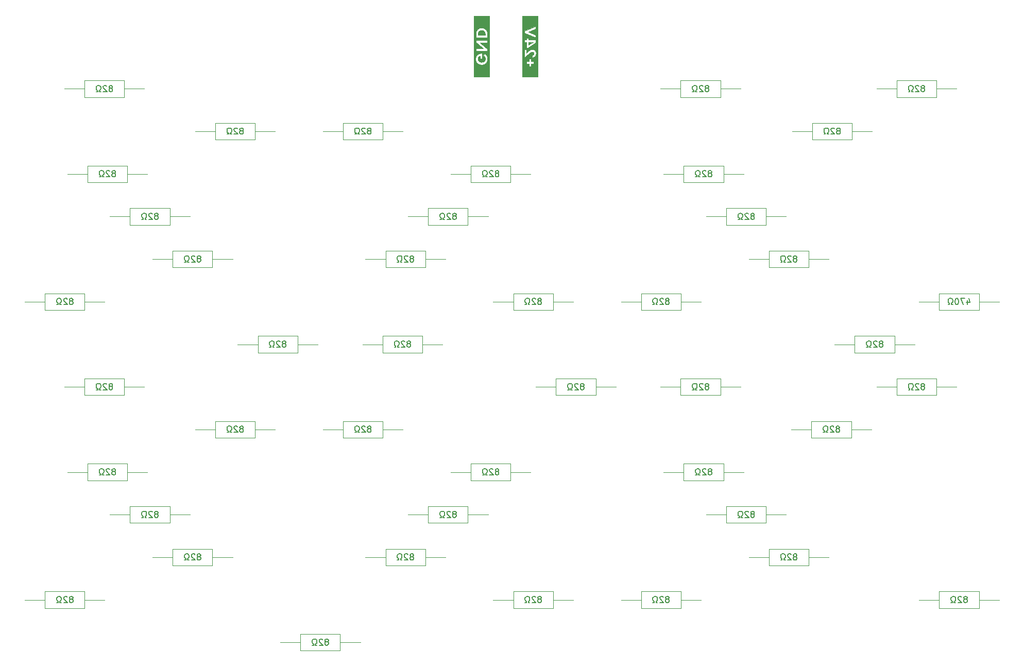
<source format=gbr>
%TF.GenerationSoftware,KiCad,Pcbnew,(6.0.6-0)*%
%TF.CreationDate,2022-07-15T18:49:22+02:00*%
%TF.ProjectId,laemp,6c61656d-702e-46b6-9963-61645f706362,1*%
%TF.SameCoordinates,Original*%
%TF.FileFunction,Legend,Bot*%
%TF.FilePolarity,Positive*%
%FSLAX46Y46*%
G04 Gerber Fmt 4.6, Leading zero omitted, Abs format (unit mm)*
G04 Created by KiCad (PCBNEW (6.0.6-0)) date 2022-07-15 18:49:22*
%MOMM*%
%LPD*%
G01*
G04 APERTURE LIST*
%ADD10C,0.150000*%
%ADD11C,0.013333*%
%ADD12C,0.120000*%
G04 APERTURE END LIST*
D10*
%TO.C,R12*%
X101142857Y-51880952D02*
X101238095Y-51833333D01*
X101285714Y-51785714D01*
X101333333Y-51690476D01*
X101333333Y-51642857D01*
X101285714Y-51547619D01*
X101238095Y-51500000D01*
X101142857Y-51452380D01*
X100952380Y-51452380D01*
X100857142Y-51500000D01*
X100809523Y-51547619D01*
X100761904Y-51642857D01*
X100761904Y-51690476D01*
X100809523Y-51785714D01*
X100857142Y-51833333D01*
X100952380Y-51880952D01*
X101142857Y-51880952D01*
X101238095Y-51928571D01*
X101285714Y-51976190D01*
X101333333Y-52071428D01*
X101333333Y-52261904D01*
X101285714Y-52357142D01*
X101238095Y-52404761D01*
X101142857Y-52452380D01*
X100952380Y-52452380D01*
X100857142Y-52404761D01*
X100809523Y-52357142D01*
X100761904Y-52261904D01*
X100761904Y-52071428D01*
X100809523Y-51976190D01*
X100857142Y-51928571D01*
X100952380Y-51880952D01*
X100380952Y-51547619D02*
X100333333Y-51500000D01*
X100238095Y-51452380D01*
X100000000Y-51452380D01*
X99904761Y-51500000D01*
X99857142Y-51547619D01*
X99809523Y-51642857D01*
X99809523Y-51738095D01*
X99857142Y-51880952D01*
X100428571Y-52452380D01*
X99809523Y-52452380D01*
X99428571Y-52452380D02*
X99190476Y-52452380D01*
X99190476Y-52261904D01*
X99285714Y-52214285D01*
X99380952Y-52119047D01*
X99428571Y-51976190D01*
X99428571Y-51738095D01*
X99380952Y-51595238D01*
X99285714Y-51500000D01*
X99142857Y-51452380D01*
X98952380Y-51452380D01*
X98809523Y-51500000D01*
X98714285Y-51595238D01*
X98666666Y-51738095D01*
X98666666Y-51976190D01*
X98714285Y-52119047D01*
X98809523Y-52214285D01*
X98904761Y-52261904D01*
X98904761Y-52452380D01*
X98666666Y-52452380D01*
%TO.C,R39*%
X206262857Y-86880952D02*
X206358095Y-86833333D01*
X206405714Y-86785714D01*
X206453333Y-86690476D01*
X206453333Y-86642857D01*
X206405714Y-86547619D01*
X206358095Y-86500000D01*
X206262857Y-86452380D01*
X206072380Y-86452380D01*
X205977142Y-86500000D01*
X205929523Y-86547619D01*
X205881904Y-86642857D01*
X205881904Y-86690476D01*
X205929523Y-86785714D01*
X205977142Y-86833333D01*
X206072380Y-86880952D01*
X206262857Y-86880952D01*
X206358095Y-86928571D01*
X206405714Y-86976190D01*
X206453333Y-87071428D01*
X206453333Y-87261904D01*
X206405714Y-87357142D01*
X206358095Y-87404761D01*
X206262857Y-87452380D01*
X206072380Y-87452380D01*
X205977142Y-87404761D01*
X205929523Y-87357142D01*
X205881904Y-87261904D01*
X205881904Y-87071428D01*
X205929523Y-86976190D01*
X205977142Y-86928571D01*
X206072380Y-86880952D01*
X205500952Y-86547619D02*
X205453333Y-86500000D01*
X205358095Y-86452380D01*
X205120000Y-86452380D01*
X205024761Y-86500000D01*
X204977142Y-86547619D01*
X204929523Y-86642857D01*
X204929523Y-86738095D01*
X204977142Y-86880952D01*
X205548571Y-87452380D01*
X204929523Y-87452380D01*
X204548571Y-87452380D02*
X204310476Y-87452380D01*
X204310476Y-87261904D01*
X204405714Y-87214285D01*
X204500952Y-87119047D01*
X204548571Y-86976190D01*
X204548571Y-86738095D01*
X204500952Y-86595238D01*
X204405714Y-86500000D01*
X204262857Y-86452380D01*
X204072380Y-86452380D01*
X203929523Y-86500000D01*
X203834285Y-86595238D01*
X203786666Y-86738095D01*
X203786666Y-86976190D01*
X203834285Y-87119047D01*
X203929523Y-87214285D01*
X204024761Y-87261904D01*
X204024761Y-87452380D01*
X203786666Y-87452380D01*
%TO.C,R15*%
X128642857Y-86880952D02*
X128738095Y-86833333D01*
X128785714Y-86785714D01*
X128833333Y-86690476D01*
X128833333Y-86642857D01*
X128785714Y-86547619D01*
X128738095Y-86500000D01*
X128642857Y-86452380D01*
X128452380Y-86452380D01*
X128357142Y-86500000D01*
X128309523Y-86547619D01*
X128261904Y-86642857D01*
X128261904Y-86690476D01*
X128309523Y-86785714D01*
X128357142Y-86833333D01*
X128452380Y-86880952D01*
X128642857Y-86880952D01*
X128738095Y-86928571D01*
X128785714Y-86976190D01*
X128833333Y-87071428D01*
X128833333Y-87261904D01*
X128785714Y-87357142D01*
X128738095Y-87404761D01*
X128642857Y-87452380D01*
X128452380Y-87452380D01*
X128357142Y-87404761D01*
X128309523Y-87357142D01*
X128261904Y-87261904D01*
X128261904Y-87071428D01*
X128309523Y-86976190D01*
X128357142Y-86928571D01*
X128452380Y-86880952D01*
X127880952Y-86547619D02*
X127833333Y-86500000D01*
X127738095Y-86452380D01*
X127500000Y-86452380D01*
X127404761Y-86500000D01*
X127357142Y-86547619D01*
X127309523Y-86642857D01*
X127309523Y-86738095D01*
X127357142Y-86880952D01*
X127928571Y-87452380D01*
X127309523Y-87452380D01*
X126928571Y-87452380D02*
X126690476Y-87452380D01*
X126690476Y-87261904D01*
X126785714Y-87214285D01*
X126880952Y-87119047D01*
X126928571Y-86976190D01*
X126928571Y-86738095D01*
X126880952Y-86595238D01*
X126785714Y-86500000D01*
X126642857Y-86452380D01*
X126452380Y-86452380D01*
X126309523Y-86500000D01*
X126214285Y-86595238D01*
X126166666Y-86738095D01*
X126166666Y-86976190D01*
X126214285Y-87119047D01*
X126309523Y-87214285D01*
X126404761Y-87261904D01*
X126404761Y-87452380D01*
X126166666Y-87452380D01*
%TO.C,R33*%
X185142857Y-114880952D02*
X185238095Y-114833333D01*
X185285714Y-114785714D01*
X185333333Y-114690476D01*
X185333333Y-114642857D01*
X185285714Y-114547619D01*
X185238095Y-114500000D01*
X185142857Y-114452380D01*
X184952380Y-114452380D01*
X184857142Y-114500000D01*
X184809523Y-114547619D01*
X184761904Y-114642857D01*
X184761904Y-114690476D01*
X184809523Y-114785714D01*
X184857142Y-114833333D01*
X184952380Y-114880952D01*
X185142857Y-114880952D01*
X185238095Y-114928571D01*
X185285714Y-114976190D01*
X185333333Y-115071428D01*
X185333333Y-115261904D01*
X185285714Y-115357142D01*
X185238095Y-115404761D01*
X185142857Y-115452380D01*
X184952380Y-115452380D01*
X184857142Y-115404761D01*
X184809523Y-115357142D01*
X184761904Y-115261904D01*
X184761904Y-115071428D01*
X184809523Y-114976190D01*
X184857142Y-114928571D01*
X184952380Y-114880952D01*
X184380952Y-114547619D02*
X184333333Y-114500000D01*
X184238095Y-114452380D01*
X184000000Y-114452380D01*
X183904761Y-114500000D01*
X183857142Y-114547619D01*
X183809523Y-114642857D01*
X183809523Y-114738095D01*
X183857142Y-114880952D01*
X184428571Y-115452380D01*
X183809523Y-115452380D01*
X183428571Y-115452380D02*
X183190476Y-115452380D01*
X183190476Y-115261904D01*
X183285714Y-115214285D01*
X183380952Y-115119047D01*
X183428571Y-114976190D01*
X183428571Y-114738095D01*
X183380952Y-114595238D01*
X183285714Y-114500000D01*
X183142857Y-114452380D01*
X182952380Y-114452380D01*
X182809523Y-114500000D01*
X182714285Y-114595238D01*
X182666666Y-114738095D01*
X182666666Y-114976190D01*
X182714285Y-115119047D01*
X182809523Y-115214285D01*
X182904761Y-115261904D01*
X182904761Y-115452380D01*
X182666666Y-115452380D01*
%TO.C,R14*%
X115142857Y-135880952D02*
X115238095Y-135833333D01*
X115285714Y-135785714D01*
X115333333Y-135690476D01*
X115333333Y-135642857D01*
X115285714Y-135547619D01*
X115238095Y-135500000D01*
X115142857Y-135452380D01*
X114952380Y-135452380D01*
X114857142Y-135500000D01*
X114809523Y-135547619D01*
X114761904Y-135642857D01*
X114761904Y-135690476D01*
X114809523Y-135785714D01*
X114857142Y-135833333D01*
X114952380Y-135880952D01*
X115142857Y-135880952D01*
X115238095Y-135928571D01*
X115285714Y-135976190D01*
X115333333Y-136071428D01*
X115333333Y-136261904D01*
X115285714Y-136357142D01*
X115238095Y-136404761D01*
X115142857Y-136452380D01*
X114952380Y-136452380D01*
X114857142Y-136404761D01*
X114809523Y-136357142D01*
X114761904Y-136261904D01*
X114761904Y-136071428D01*
X114809523Y-135976190D01*
X114857142Y-135928571D01*
X114952380Y-135880952D01*
X114380952Y-135547619D02*
X114333333Y-135500000D01*
X114238095Y-135452380D01*
X114000000Y-135452380D01*
X113904761Y-135500000D01*
X113857142Y-135547619D01*
X113809523Y-135642857D01*
X113809523Y-135738095D01*
X113857142Y-135880952D01*
X114428571Y-136452380D01*
X113809523Y-136452380D01*
X113428571Y-136452380D02*
X113190476Y-136452380D01*
X113190476Y-136261904D01*
X113285714Y-136214285D01*
X113380952Y-136119047D01*
X113428571Y-135976190D01*
X113428571Y-135738095D01*
X113380952Y-135595238D01*
X113285714Y-135500000D01*
X113142857Y-135452380D01*
X112952380Y-135452380D01*
X112809523Y-135500000D01*
X112714285Y-135595238D01*
X112666666Y-135738095D01*
X112666666Y-135976190D01*
X112714285Y-136119047D01*
X112809523Y-136214285D01*
X112904761Y-136261904D01*
X112904761Y-136452380D01*
X112666666Y-136452380D01*
%TO.C,R19*%
X129142857Y-72880952D02*
X129238095Y-72833333D01*
X129285714Y-72785714D01*
X129333333Y-72690476D01*
X129333333Y-72642857D01*
X129285714Y-72547619D01*
X129238095Y-72500000D01*
X129142857Y-72452380D01*
X128952380Y-72452380D01*
X128857142Y-72500000D01*
X128809523Y-72547619D01*
X128761904Y-72642857D01*
X128761904Y-72690476D01*
X128809523Y-72785714D01*
X128857142Y-72833333D01*
X128952380Y-72880952D01*
X129142857Y-72880952D01*
X129238095Y-72928571D01*
X129285714Y-72976190D01*
X129333333Y-73071428D01*
X129333333Y-73261904D01*
X129285714Y-73357142D01*
X129238095Y-73404761D01*
X129142857Y-73452380D01*
X128952380Y-73452380D01*
X128857142Y-73404761D01*
X128809523Y-73357142D01*
X128761904Y-73261904D01*
X128761904Y-73071428D01*
X128809523Y-72976190D01*
X128857142Y-72928571D01*
X128952380Y-72880952D01*
X128380952Y-72547619D02*
X128333333Y-72500000D01*
X128238095Y-72452380D01*
X128000000Y-72452380D01*
X127904761Y-72500000D01*
X127857142Y-72547619D01*
X127809523Y-72642857D01*
X127809523Y-72738095D01*
X127857142Y-72880952D01*
X128428571Y-73452380D01*
X127809523Y-73452380D01*
X127428571Y-73452380D02*
X127190476Y-73452380D01*
X127190476Y-73261904D01*
X127285714Y-73214285D01*
X127380952Y-73119047D01*
X127428571Y-72976190D01*
X127428571Y-72738095D01*
X127380952Y-72595238D01*
X127285714Y-72500000D01*
X127142857Y-72452380D01*
X126952380Y-72452380D01*
X126809523Y-72500000D01*
X126714285Y-72595238D01*
X126666666Y-72738095D01*
X126666666Y-72976190D01*
X126714285Y-73119047D01*
X126809523Y-73214285D01*
X126904761Y-73261904D01*
X126904761Y-73452380D01*
X126666666Y-73452380D01*
%TO.C,R22*%
X143142857Y-107880952D02*
X143238095Y-107833333D01*
X143285714Y-107785714D01*
X143333333Y-107690476D01*
X143333333Y-107642857D01*
X143285714Y-107547619D01*
X143238095Y-107500000D01*
X143142857Y-107452380D01*
X142952380Y-107452380D01*
X142857142Y-107500000D01*
X142809523Y-107547619D01*
X142761904Y-107642857D01*
X142761904Y-107690476D01*
X142809523Y-107785714D01*
X142857142Y-107833333D01*
X142952380Y-107880952D01*
X143142857Y-107880952D01*
X143238095Y-107928571D01*
X143285714Y-107976190D01*
X143333333Y-108071428D01*
X143333333Y-108261904D01*
X143285714Y-108357142D01*
X143238095Y-108404761D01*
X143142857Y-108452380D01*
X142952380Y-108452380D01*
X142857142Y-108404761D01*
X142809523Y-108357142D01*
X142761904Y-108261904D01*
X142761904Y-108071428D01*
X142809523Y-107976190D01*
X142857142Y-107928571D01*
X142952380Y-107880952D01*
X142380952Y-107547619D02*
X142333333Y-107500000D01*
X142238095Y-107452380D01*
X142000000Y-107452380D01*
X141904761Y-107500000D01*
X141857142Y-107547619D01*
X141809523Y-107642857D01*
X141809523Y-107738095D01*
X141857142Y-107880952D01*
X142428571Y-108452380D01*
X141809523Y-108452380D01*
X141428571Y-108452380D02*
X141190476Y-108452380D01*
X141190476Y-108261904D01*
X141285714Y-108214285D01*
X141380952Y-108119047D01*
X141428571Y-107976190D01*
X141428571Y-107738095D01*
X141380952Y-107595238D01*
X141285714Y-107500000D01*
X141142857Y-107452380D01*
X140952380Y-107452380D01*
X140809523Y-107500000D01*
X140714285Y-107595238D01*
X140666666Y-107738095D01*
X140666666Y-107976190D01*
X140714285Y-108119047D01*
X140809523Y-108214285D01*
X140904761Y-108261904D01*
X140904761Y-108452380D01*
X140666666Y-108452380D01*
%TO.C,R36*%
X192142857Y-121880952D02*
X192238095Y-121833333D01*
X192285714Y-121785714D01*
X192333333Y-121690476D01*
X192333333Y-121642857D01*
X192285714Y-121547619D01*
X192238095Y-121500000D01*
X192142857Y-121452380D01*
X191952380Y-121452380D01*
X191857142Y-121500000D01*
X191809523Y-121547619D01*
X191761904Y-121642857D01*
X191761904Y-121690476D01*
X191809523Y-121785714D01*
X191857142Y-121833333D01*
X191952380Y-121880952D01*
X192142857Y-121880952D01*
X192238095Y-121928571D01*
X192285714Y-121976190D01*
X192333333Y-122071428D01*
X192333333Y-122261904D01*
X192285714Y-122357142D01*
X192238095Y-122404761D01*
X192142857Y-122452380D01*
X191952380Y-122452380D01*
X191857142Y-122404761D01*
X191809523Y-122357142D01*
X191761904Y-122261904D01*
X191761904Y-122071428D01*
X191809523Y-121976190D01*
X191857142Y-121928571D01*
X191952380Y-121880952D01*
X191380952Y-121547619D02*
X191333333Y-121500000D01*
X191238095Y-121452380D01*
X191000000Y-121452380D01*
X190904761Y-121500000D01*
X190857142Y-121547619D01*
X190809523Y-121642857D01*
X190809523Y-121738095D01*
X190857142Y-121880952D01*
X191428571Y-122452380D01*
X190809523Y-122452380D01*
X190428571Y-122452380D02*
X190190476Y-122452380D01*
X190190476Y-122261904D01*
X190285714Y-122214285D01*
X190380952Y-122119047D01*
X190428571Y-121976190D01*
X190428571Y-121738095D01*
X190380952Y-121595238D01*
X190285714Y-121500000D01*
X190142857Y-121452380D01*
X189952380Y-121452380D01*
X189809523Y-121500000D01*
X189714285Y-121595238D01*
X189666666Y-121738095D01*
X189666666Y-121976190D01*
X189714285Y-122119047D01*
X189809523Y-122214285D01*
X189904761Y-122261904D01*
X189904761Y-122452380D01*
X189666666Y-122452380D01*
%TO.C,R9*%
X94142857Y-72880952D02*
X94238095Y-72833333D01*
X94285714Y-72785714D01*
X94333333Y-72690476D01*
X94333333Y-72642857D01*
X94285714Y-72547619D01*
X94238095Y-72500000D01*
X94142857Y-72452380D01*
X93952380Y-72452380D01*
X93857142Y-72500000D01*
X93809523Y-72547619D01*
X93761904Y-72642857D01*
X93761904Y-72690476D01*
X93809523Y-72785714D01*
X93857142Y-72833333D01*
X93952380Y-72880952D01*
X94142857Y-72880952D01*
X94238095Y-72928571D01*
X94285714Y-72976190D01*
X94333333Y-73071428D01*
X94333333Y-73261904D01*
X94285714Y-73357142D01*
X94238095Y-73404761D01*
X94142857Y-73452380D01*
X93952380Y-73452380D01*
X93857142Y-73404761D01*
X93809523Y-73357142D01*
X93761904Y-73261904D01*
X93761904Y-73071428D01*
X93809523Y-72976190D01*
X93857142Y-72928571D01*
X93952380Y-72880952D01*
X93380952Y-72547619D02*
X93333333Y-72500000D01*
X93238095Y-72452380D01*
X93000000Y-72452380D01*
X92904761Y-72500000D01*
X92857142Y-72547619D01*
X92809523Y-72642857D01*
X92809523Y-72738095D01*
X92857142Y-72880952D01*
X93428571Y-73452380D01*
X92809523Y-73452380D01*
X92428571Y-73452380D02*
X92190476Y-73452380D01*
X92190476Y-73261904D01*
X92285714Y-73214285D01*
X92380952Y-73119047D01*
X92428571Y-72976190D01*
X92428571Y-72738095D01*
X92380952Y-72595238D01*
X92285714Y-72500000D01*
X92142857Y-72452380D01*
X91952380Y-72452380D01*
X91809523Y-72500000D01*
X91714285Y-72595238D01*
X91666666Y-72738095D01*
X91666666Y-72976190D01*
X91714285Y-73119047D01*
X91809523Y-73214285D01*
X91904761Y-73261904D01*
X91904761Y-73452380D01*
X91666666Y-73452380D01*
%TO.C,R37*%
X199142857Y-100880952D02*
X199238095Y-100833333D01*
X199285714Y-100785714D01*
X199333333Y-100690476D01*
X199333333Y-100642857D01*
X199285714Y-100547619D01*
X199238095Y-100500000D01*
X199142857Y-100452380D01*
X198952380Y-100452380D01*
X198857142Y-100500000D01*
X198809523Y-100547619D01*
X198761904Y-100642857D01*
X198761904Y-100690476D01*
X198809523Y-100785714D01*
X198857142Y-100833333D01*
X198952380Y-100880952D01*
X199142857Y-100880952D01*
X199238095Y-100928571D01*
X199285714Y-100976190D01*
X199333333Y-101071428D01*
X199333333Y-101261904D01*
X199285714Y-101357142D01*
X199238095Y-101404761D01*
X199142857Y-101452380D01*
X198952380Y-101452380D01*
X198857142Y-101404761D01*
X198809523Y-101357142D01*
X198761904Y-101261904D01*
X198761904Y-101071428D01*
X198809523Y-100976190D01*
X198857142Y-100928571D01*
X198952380Y-100880952D01*
X198380952Y-100547619D02*
X198333333Y-100500000D01*
X198238095Y-100452380D01*
X198000000Y-100452380D01*
X197904761Y-100500000D01*
X197857142Y-100547619D01*
X197809523Y-100642857D01*
X197809523Y-100738095D01*
X197857142Y-100880952D01*
X198428571Y-101452380D01*
X197809523Y-101452380D01*
X197428571Y-101452380D02*
X197190476Y-101452380D01*
X197190476Y-101261904D01*
X197285714Y-101214285D01*
X197380952Y-101119047D01*
X197428571Y-100976190D01*
X197428571Y-100738095D01*
X197380952Y-100595238D01*
X197285714Y-100500000D01*
X197142857Y-100452380D01*
X196952380Y-100452380D01*
X196809523Y-100500000D01*
X196714285Y-100595238D01*
X196666666Y-100738095D01*
X196666666Y-100976190D01*
X196714285Y-101119047D01*
X196809523Y-101214285D01*
X196904761Y-101261904D01*
X196904761Y-101452380D01*
X196666666Y-101452380D01*
%TO.C,R20*%
X136142857Y-65880952D02*
X136238095Y-65833333D01*
X136285714Y-65785714D01*
X136333333Y-65690476D01*
X136333333Y-65642857D01*
X136285714Y-65547619D01*
X136238095Y-65500000D01*
X136142857Y-65452380D01*
X135952380Y-65452380D01*
X135857142Y-65500000D01*
X135809523Y-65547619D01*
X135761904Y-65642857D01*
X135761904Y-65690476D01*
X135809523Y-65785714D01*
X135857142Y-65833333D01*
X135952380Y-65880952D01*
X136142857Y-65880952D01*
X136238095Y-65928571D01*
X136285714Y-65976190D01*
X136333333Y-66071428D01*
X136333333Y-66261904D01*
X136285714Y-66357142D01*
X136238095Y-66404761D01*
X136142857Y-66452380D01*
X135952380Y-66452380D01*
X135857142Y-66404761D01*
X135809523Y-66357142D01*
X135761904Y-66261904D01*
X135761904Y-66071428D01*
X135809523Y-65976190D01*
X135857142Y-65928571D01*
X135952380Y-65880952D01*
X135380952Y-65547619D02*
X135333333Y-65500000D01*
X135238095Y-65452380D01*
X135000000Y-65452380D01*
X134904761Y-65500000D01*
X134857142Y-65547619D01*
X134809523Y-65642857D01*
X134809523Y-65738095D01*
X134857142Y-65880952D01*
X135428571Y-66452380D01*
X134809523Y-66452380D01*
X134428571Y-66452380D02*
X134190476Y-66452380D01*
X134190476Y-66261904D01*
X134285714Y-66214285D01*
X134380952Y-66119047D01*
X134428571Y-65976190D01*
X134428571Y-65738095D01*
X134380952Y-65595238D01*
X134285714Y-65500000D01*
X134142857Y-65452380D01*
X133952380Y-65452380D01*
X133809523Y-65500000D01*
X133714285Y-65595238D01*
X133666666Y-65738095D01*
X133666666Y-65976190D01*
X133714285Y-66119047D01*
X133809523Y-66214285D01*
X133904761Y-66261904D01*
X133904761Y-66452380D01*
X133666666Y-66452380D01*
%TO.C,R40*%
X213142857Y-44880952D02*
X213238095Y-44833333D01*
X213285714Y-44785714D01*
X213333333Y-44690476D01*
X213333333Y-44642857D01*
X213285714Y-44547619D01*
X213238095Y-44500000D01*
X213142857Y-44452380D01*
X212952380Y-44452380D01*
X212857142Y-44500000D01*
X212809523Y-44547619D01*
X212761904Y-44642857D01*
X212761904Y-44690476D01*
X212809523Y-44785714D01*
X212857142Y-44833333D01*
X212952380Y-44880952D01*
X213142857Y-44880952D01*
X213238095Y-44928571D01*
X213285714Y-44976190D01*
X213333333Y-45071428D01*
X213333333Y-45261904D01*
X213285714Y-45357142D01*
X213238095Y-45404761D01*
X213142857Y-45452380D01*
X212952380Y-45452380D01*
X212857142Y-45404761D01*
X212809523Y-45357142D01*
X212761904Y-45261904D01*
X212761904Y-45071428D01*
X212809523Y-44976190D01*
X212857142Y-44928571D01*
X212952380Y-44880952D01*
X212380952Y-44547619D02*
X212333333Y-44500000D01*
X212238095Y-44452380D01*
X212000000Y-44452380D01*
X211904761Y-44500000D01*
X211857142Y-44547619D01*
X211809523Y-44642857D01*
X211809523Y-44738095D01*
X211857142Y-44880952D01*
X212428571Y-45452380D01*
X211809523Y-45452380D01*
X211428571Y-45452380D02*
X211190476Y-45452380D01*
X211190476Y-45261904D01*
X211285714Y-45214285D01*
X211380952Y-45119047D01*
X211428571Y-44976190D01*
X211428571Y-44738095D01*
X211380952Y-44595238D01*
X211285714Y-44500000D01*
X211142857Y-44452380D01*
X210952380Y-44452380D01*
X210809523Y-44500000D01*
X210714285Y-44595238D01*
X210666666Y-44738095D01*
X210666666Y-44976190D01*
X210714285Y-45119047D01*
X210809523Y-45214285D01*
X210904761Y-45261904D01*
X210904761Y-45452380D01*
X210666666Y-45452380D01*
%TO.C,R25*%
X150142857Y-128880952D02*
X150238095Y-128833333D01*
X150285714Y-128785714D01*
X150333333Y-128690476D01*
X150333333Y-128642857D01*
X150285714Y-128547619D01*
X150238095Y-128500000D01*
X150142857Y-128452380D01*
X149952380Y-128452380D01*
X149857142Y-128500000D01*
X149809523Y-128547619D01*
X149761904Y-128642857D01*
X149761904Y-128690476D01*
X149809523Y-128785714D01*
X149857142Y-128833333D01*
X149952380Y-128880952D01*
X150142857Y-128880952D01*
X150238095Y-128928571D01*
X150285714Y-128976190D01*
X150333333Y-129071428D01*
X150333333Y-129261904D01*
X150285714Y-129357142D01*
X150238095Y-129404761D01*
X150142857Y-129452380D01*
X149952380Y-129452380D01*
X149857142Y-129404761D01*
X149809523Y-129357142D01*
X149761904Y-129261904D01*
X149761904Y-129071428D01*
X149809523Y-128976190D01*
X149857142Y-128928571D01*
X149952380Y-128880952D01*
X149380952Y-128547619D02*
X149333333Y-128500000D01*
X149238095Y-128452380D01*
X149000000Y-128452380D01*
X148904761Y-128500000D01*
X148857142Y-128547619D01*
X148809523Y-128642857D01*
X148809523Y-128738095D01*
X148857142Y-128880952D01*
X149428571Y-129452380D01*
X148809523Y-129452380D01*
X148428571Y-129452380D02*
X148190476Y-129452380D01*
X148190476Y-129261904D01*
X148285714Y-129214285D01*
X148380952Y-129119047D01*
X148428571Y-128976190D01*
X148428571Y-128738095D01*
X148380952Y-128595238D01*
X148285714Y-128500000D01*
X148142857Y-128452380D01*
X147952380Y-128452380D01*
X147809523Y-128500000D01*
X147714285Y-128595238D01*
X147666666Y-128738095D01*
X147666666Y-128976190D01*
X147714285Y-129119047D01*
X147809523Y-129214285D01*
X147904761Y-129261904D01*
X147904761Y-129452380D01*
X147666666Y-129452380D01*
%TO.C,R7*%
X87142857Y-114880952D02*
X87238095Y-114833333D01*
X87285714Y-114785714D01*
X87333333Y-114690476D01*
X87333333Y-114642857D01*
X87285714Y-114547619D01*
X87238095Y-114500000D01*
X87142857Y-114452380D01*
X86952380Y-114452380D01*
X86857142Y-114500000D01*
X86809523Y-114547619D01*
X86761904Y-114642857D01*
X86761904Y-114690476D01*
X86809523Y-114785714D01*
X86857142Y-114833333D01*
X86952380Y-114880952D01*
X87142857Y-114880952D01*
X87238095Y-114928571D01*
X87285714Y-114976190D01*
X87333333Y-115071428D01*
X87333333Y-115261904D01*
X87285714Y-115357142D01*
X87238095Y-115404761D01*
X87142857Y-115452380D01*
X86952380Y-115452380D01*
X86857142Y-115404761D01*
X86809523Y-115357142D01*
X86761904Y-115261904D01*
X86761904Y-115071428D01*
X86809523Y-114976190D01*
X86857142Y-114928571D01*
X86952380Y-114880952D01*
X86380952Y-114547619D02*
X86333333Y-114500000D01*
X86238095Y-114452380D01*
X86000000Y-114452380D01*
X85904761Y-114500000D01*
X85857142Y-114547619D01*
X85809523Y-114642857D01*
X85809523Y-114738095D01*
X85857142Y-114880952D01*
X86428571Y-115452380D01*
X85809523Y-115452380D01*
X85428571Y-115452380D02*
X85190476Y-115452380D01*
X85190476Y-115261904D01*
X85285714Y-115214285D01*
X85380952Y-115119047D01*
X85428571Y-114976190D01*
X85428571Y-114738095D01*
X85380952Y-114595238D01*
X85285714Y-114500000D01*
X85142857Y-114452380D01*
X84952380Y-114452380D01*
X84809523Y-114500000D01*
X84714285Y-114595238D01*
X84666666Y-114738095D01*
X84666666Y-114976190D01*
X84714285Y-115119047D01*
X84809523Y-115214285D01*
X84904761Y-115261904D01*
X84904761Y-115452380D01*
X84666666Y-115452380D01*
%TO.C,R27*%
X177642857Y-44880952D02*
X177738095Y-44833333D01*
X177785714Y-44785714D01*
X177833333Y-44690476D01*
X177833333Y-44642857D01*
X177785714Y-44547619D01*
X177738095Y-44500000D01*
X177642857Y-44452380D01*
X177452380Y-44452380D01*
X177357142Y-44500000D01*
X177309523Y-44547619D01*
X177261904Y-44642857D01*
X177261904Y-44690476D01*
X177309523Y-44785714D01*
X177357142Y-44833333D01*
X177452380Y-44880952D01*
X177642857Y-44880952D01*
X177738095Y-44928571D01*
X177785714Y-44976190D01*
X177833333Y-45071428D01*
X177833333Y-45261904D01*
X177785714Y-45357142D01*
X177738095Y-45404761D01*
X177642857Y-45452380D01*
X177452380Y-45452380D01*
X177357142Y-45404761D01*
X177309523Y-45357142D01*
X177261904Y-45261904D01*
X177261904Y-45071428D01*
X177309523Y-44976190D01*
X177357142Y-44928571D01*
X177452380Y-44880952D01*
X176880952Y-44547619D02*
X176833333Y-44500000D01*
X176738095Y-44452380D01*
X176500000Y-44452380D01*
X176404761Y-44500000D01*
X176357142Y-44547619D01*
X176309523Y-44642857D01*
X176309523Y-44738095D01*
X176357142Y-44880952D01*
X176928571Y-45452380D01*
X176309523Y-45452380D01*
X175928571Y-45452380D02*
X175690476Y-45452380D01*
X175690476Y-45261904D01*
X175785714Y-45214285D01*
X175880952Y-45119047D01*
X175928571Y-44976190D01*
X175928571Y-44738095D01*
X175880952Y-44595238D01*
X175785714Y-44500000D01*
X175642857Y-44452380D01*
X175452380Y-44452380D01*
X175309523Y-44500000D01*
X175214285Y-44595238D01*
X175166666Y-44738095D01*
X175166666Y-44976190D01*
X175214285Y-45119047D01*
X175309523Y-45214285D01*
X175404761Y-45261904D01*
X175404761Y-45452380D01*
X175166666Y-45452380D01*
%TO.C,R13*%
X108142857Y-86880952D02*
X108238095Y-86833333D01*
X108285714Y-86785714D01*
X108333333Y-86690476D01*
X108333333Y-86642857D01*
X108285714Y-86547619D01*
X108238095Y-86500000D01*
X108142857Y-86452380D01*
X107952380Y-86452380D01*
X107857142Y-86500000D01*
X107809523Y-86547619D01*
X107761904Y-86642857D01*
X107761904Y-86690476D01*
X107809523Y-86785714D01*
X107857142Y-86833333D01*
X107952380Y-86880952D01*
X108142857Y-86880952D01*
X108238095Y-86928571D01*
X108285714Y-86976190D01*
X108333333Y-87071428D01*
X108333333Y-87261904D01*
X108285714Y-87357142D01*
X108238095Y-87404761D01*
X108142857Y-87452380D01*
X107952380Y-87452380D01*
X107857142Y-87404761D01*
X107809523Y-87357142D01*
X107761904Y-87261904D01*
X107761904Y-87071428D01*
X107809523Y-86976190D01*
X107857142Y-86928571D01*
X107952380Y-86880952D01*
X107380952Y-86547619D02*
X107333333Y-86500000D01*
X107238095Y-86452380D01*
X107000000Y-86452380D01*
X106904761Y-86500000D01*
X106857142Y-86547619D01*
X106809523Y-86642857D01*
X106809523Y-86738095D01*
X106857142Y-86880952D01*
X107428571Y-87452380D01*
X106809523Y-87452380D01*
X106428571Y-87452380D02*
X106190476Y-87452380D01*
X106190476Y-87261904D01*
X106285714Y-87214285D01*
X106380952Y-87119047D01*
X106428571Y-86976190D01*
X106428571Y-86738095D01*
X106380952Y-86595238D01*
X106285714Y-86500000D01*
X106142857Y-86452380D01*
X105952380Y-86452380D01*
X105809523Y-86500000D01*
X105714285Y-86595238D01*
X105666666Y-86738095D01*
X105666666Y-86976190D01*
X105714285Y-87119047D01*
X105809523Y-87214285D01*
X105904761Y-87261904D01*
X105904761Y-87452380D01*
X105666666Y-87452380D01*
%TO.C,R2*%
X79642857Y-93880952D02*
X79738095Y-93833333D01*
X79785714Y-93785714D01*
X79833333Y-93690476D01*
X79833333Y-93642857D01*
X79785714Y-93547619D01*
X79738095Y-93500000D01*
X79642857Y-93452380D01*
X79452380Y-93452380D01*
X79357142Y-93500000D01*
X79309523Y-93547619D01*
X79261904Y-93642857D01*
X79261904Y-93690476D01*
X79309523Y-93785714D01*
X79357142Y-93833333D01*
X79452380Y-93880952D01*
X79642857Y-93880952D01*
X79738095Y-93928571D01*
X79785714Y-93976190D01*
X79833333Y-94071428D01*
X79833333Y-94261904D01*
X79785714Y-94357142D01*
X79738095Y-94404761D01*
X79642857Y-94452380D01*
X79452380Y-94452380D01*
X79357142Y-94404761D01*
X79309523Y-94357142D01*
X79261904Y-94261904D01*
X79261904Y-94071428D01*
X79309523Y-93976190D01*
X79357142Y-93928571D01*
X79452380Y-93880952D01*
X78880952Y-93547619D02*
X78833333Y-93500000D01*
X78738095Y-93452380D01*
X78500000Y-93452380D01*
X78404761Y-93500000D01*
X78357142Y-93547619D01*
X78309523Y-93642857D01*
X78309523Y-93738095D01*
X78357142Y-93880952D01*
X78928571Y-94452380D01*
X78309523Y-94452380D01*
X77928571Y-94452380D02*
X77690476Y-94452380D01*
X77690476Y-94261904D01*
X77785714Y-94214285D01*
X77880952Y-94119047D01*
X77928571Y-93976190D01*
X77928571Y-93738095D01*
X77880952Y-93595238D01*
X77785714Y-93500000D01*
X77642857Y-93452380D01*
X77452380Y-93452380D01*
X77309523Y-93500000D01*
X77214285Y-93595238D01*
X77166666Y-93738095D01*
X77166666Y-93976190D01*
X77214285Y-94119047D01*
X77309523Y-94214285D01*
X77404761Y-94261904D01*
X77404761Y-94452380D01*
X77166666Y-94452380D01*
%TO.C,R30*%
X171142857Y-79880952D02*
X171238095Y-79833333D01*
X171285714Y-79785714D01*
X171333333Y-79690476D01*
X171333333Y-79642857D01*
X171285714Y-79547619D01*
X171238095Y-79500000D01*
X171142857Y-79452380D01*
X170952380Y-79452380D01*
X170857142Y-79500000D01*
X170809523Y-79547619D01*
X170761904Y-79642857D01*
X170761904Y-79690476D01*
X170809523Y-79785714D01*
X170857142Y-79833333D01*
X170952380Y-79880952D01*
X171142857Y-79880952D01*
X171238095Y-79928571D01*
X171285714Y-79976190D01*
X171333333Y-80071428D01*
X171333333Y-80261904D01*
X171285714Y-80357142D01*
X171238095Y-80404761D01*
X171142857Y-80452380D01*
X170952380Y-80452380D01*
X170857142Y-80404761D01*
X170809523Y-80357142D01*
X170761904Y-80261904D01*
X170761904Y-80071428D01*
X170809523Y-79976190D01*
X170857142Y-79928571D01*
X170952380Y-79880952D01*
X170380952Y-79547619D02*
X170333333Y-79500000D01*
X170238095Y-79452380D01*
X170000000Y-79452380D01*
X169904761Y-79500000D01*
X169857142Y-79547619D01*
X169809523Y-79642857D01*
X169809523Y-79738095D01*
X169857142Y-79880952D01*
X170428571Y-80452380D01*
X169809523Y-80452380D01*
X169428571Y-80452380D02*
X169190476Y-80452380D01*
X169190476Y-80261904D01*
X169285714Y-80214285D01*
X169380952Y-80119047D01*
X169428571Y-79976190D01*
X169428571Y-79738095D01*
X169380952Y-79595238D01*
X169285714Y-79500000D01*
X169142857Y-79452380D01*
X168952380Y-79452380D01*
X168809523Y-79500000D01*
X168714285Y-79595238D01*
X168666666Y-79738095D01*
X168666666Y-79976190D01*
X168714285Y-80119047D01*
X168809523Y-80214285D01*
X168904761Y-80261904D01*
X168904761Y-80452380D01*
X168666666Y-80452380D01*
%TO.C,R41*%
X213142857Y-93880952D02*
X213238095Y-93833333D01*
X213285714Y-93785714D01*
X213333333Y-93690476D01*
X213333333Y-93642857D01*
X213285714Y-93547619D01*
X213238095Y-93500000D01*
X213142857Y-93452380D01*
X212952380Y-93452380D01*
X212857142Y-93500000D01*
X212809523Y-93547619D01*
X212761904Y-93642857D01*
X212761904Y-93690476D01*
X212809523Y-93785714D01*
X212857142Y-93833333D01*
X212952380Y-93880952D01*
X213142857Y-93880952D01*
X213238095Y-93928571D01*
X213285714Y-93976190D01*
X213333333Y-94071428D01*
X213333333Y-94261904D01*
X213285714Y-94357142D01*
X213238095Y-94404761D01*
X213142857Y-94452380D01*
X212952380Y-94452380D01*
X212857142Y-94404761D01*
X212809523Y-94357142D01*
X212761904Y-94261904D01*
X212761904Y-94071428D01*
X212809523Y-93976190D01*
X212857142Y-93928571D01*
X212952380Y-93880952D01*
X212380952Y-93547619D02*
X212333333Y-93500000D01*
X212238095Y-93452380D01*
X212000000Y-93452380D01*
X211904761Y-93500000D01*
X211857142Y-93547619D01*
X211809523Y-93642857D01*
X211809523Y-93738095D01*
X211857142Y-93880952D01*
X212428571Y-94452380D01*
X211809523Y-94452380D01*
X211428571Y-94452380D02*
X211190476Y-94452380D01*
X211190476Y-94261904D01*
X211285714Y-94214285D01*
X211380952Y-94119047D01*
X211428571Y-93976190D01*
X211428571Y-93738095D01*
X211380952Y-93595238D01*
X211285714Y-93500000D01*
X211142857Y-93452380D01*
X210952380Y-93452380D01*
X210809523Y-93500000D01*
X210714285Y-93595238D01*
X210666666Y-93738095D01*
X210666666Y-93976190D01*
X210714285Y-94119047D01*
X210809523Y-94214285D01*
X210904761Y-94261904D01*
X210904761Y-94452380D01*
X210666666Y-94452380D01*
%TO.C,R28*%
X177642857Y-93880952D02*
X177738095Y-93833333D01*
X177785714Y-93785714D01*
X177833333Y-93690476D01*
X177833333Y-93642857D01*
X177785714Y-93547619D01*
X177738095Y-93500000D01*
X177642857Y-93452380D01*
X177452380Y-93452380D01*
X177357142Y-93500000D01*
X177309523Y-93547619D01*
X177261904Y-93642857D01*
X177261904Y-93690476D01*
X177309523Y-93785714D01*
X177357142Y-93833333D01*
X177452380Y-93880952D01*
X177642857Y-93880952D01*
X177738095Y-93928571D01*
X177785714Y-93976190D01*
X177833333Y-94071428D01*
X177833333Y-94261904D01*
X177785714Y-94357142D01*
X177738095Y-94404761D01*
X177642857Y-94452380D01*
X177452380Y-94452380D01*
X177357142Y-94404761D01*
X177309523Y-94357142D01*
X177261904Y-94261904D01*
X177261904Y-94071428D01*
X177309523Y-93976190D01*
X177357142Y-93928571D01*
X177452380Y-93880952D01*
X176880952Y-93547619D02*
X176833333Y-93500000D01*
X176738095Y-93452380D01*
X176500000Y-93452380D01*
X176404761Y-93500000D01*
X176357142Y-93547619D01*
X176309523Y-93642857D01*
X176309523Y-93738095D01*
X176357142Y-93880952D01*
X176928571Y-94452380D01*
X176309523Y-94452380D01*
X175928571Y-94452380D02*
X175690476Y-94452380D01*
X175690476Y-94261904D01*
X175785714Y-94214285D01*
X175880952Y-94119047D01*
X175928571Y-93976190D01*
X175928571Y-93738095D01*
X175880952Y-93595238D01*
X175785714Y-93500000D01*
X175642857Y-93452380D01*
X175452380Y-93452380D01*
X175309523Y-93500000D01*
X175214285Y-93595238D01*
X175166666Y-93738095D01*
X175166666Y-93976190D01*
X175214285Y-94119047D01*
X175309523Y-94214285D01*
X175404761Y-94261904D01*
X175404761Y-94452380D01*
X175166666Y-94452380D01*
%TO.C,R18*%
X129142857Y-121880952D02*
X129238095Y-121833333D01*
X129285714Y-121785714D01*
X129333333Y-121690476D01*
X129333333Y-121642857D01*
X129285714Y-121547619D01*
X129238095Y-121500000D01*
X129142857Y-121452380D01*
X128952380Y-121452380D01*
X128857142Y-121500000D01*
X128809523Y-121547619D01*
X128761904Y-121642857D01*
X128761904Y-121690476D01*
X128809523Y-121785714D01*
X128857142Y-121833333D01*
X128952380Y-121880952D01*
X129142857Y-121880952D01*
X129238095Y-121928571D01*
X129285714Y-121976190D01*
X129333333Y-122071428D01*
X129333333Y-122261904D01*
X129285714Y-122357142D01*
X129238095Y-122404761D01*
X129142857Y-122452380D01*
X128952380Y-122452380D01*
X128857142Y-122404761D01*
X128809523Y-122357142D01*
X128761904Y-122261904D01*
X128761904Y-122071428D01*
X128809523Y-121976190D01*
X128857142Y-121928571D01*
X128952380Y-121880952D01*
X128380952Y-121547619D02*
X128333333Y-121500000D01*
X128238095Y-121452380D01*
X128000000Y-121452380D01*
X127904761Y-121500000D01*
X127857142Y-121547619D01*
X127809523Y-121642857D01*
X127809523Y-121738095D01*
X127857142Y-121880952D01*
X128428571Y-122452380D01*
X127809523Y-122452380D01*
X127428571Y-122452380D02*
X127190476Y-122452380D01*
X127190476Y-122261904D01*
X127285714Y-122214285D01*
X127380952Y-122119047D01*
X127428571Y-121976190D01*
X127428571Y-121738095D01*
X127380952Y-121595238D01*
X127285714Y-121500000D01*
X127142857Y-121452380D01*
X126952380Y-121452380D01*
X126809523Y-121500000D01*
X126714285Y-121595238D01*
X126666666Y-121738095D01*
X126666666Y-121976190D01*
X126714285Y-122119047D01*
X126809523Y-122214285D01*
X126904761Y-122261904D01*
X126904761Y-122452380D01*
X126666666Y-122452380D01*
%TO.C,R23*%
X143142857Y-58880952D02*
X143238095Y-58833333D01*
X143285714Y-58785714D01*
X143333333Y-58690476D01*
X143333333Y-58642857D01*
X143285714Y-58547619D01*
X143238095Y-58500000D01*
X143142857Y-58452380D01*
X142952380Y-58452380D01*
X142857142Y-58500000D01*
X142809523Y-58547619D01*
X142761904Y-58642857D01*
X142761904Y-58690476D01*
X142809523Y-58785714D01*
X142857142Y-58833333D01*
X142952380Y-58880952D01*
X143142857Y-58880952D01*
X143238095Y-58928571D01*
X143285714Y-58976190D01*
X143333333Y-59071428D01*
X143333333Y-59261904D01*
X143285714Y-59357142D01*
X143238095Y-59404761D01*
X143142857Y-59452380D01*
X142952380Y-59452380D01*
X142857142Y-59404761D01*
X142809523Y-59357142D01*
X142761904Y-59261904D01*
X142761904Y-59071428D01*
X142809523Y-58976190D01*
X142857142Y-58928571D01*
X142952380Y-58880952D01*
X142380952Y-58547619D02*
X142333333Y-58500000D01*
X142238095Y-58452380D01*
X142000000Y-58452380D01*
X141904761Y-58500000D01*
X141857142Y-58547619D01*
X141809523Y-58642857D01*
X141809523Y-58738095D01*
X141857142Y-58880952D01*
X142428571Y-59452380D01*
X141809523Y-59452380D01*
X141428571Y-59452380D02*
X141190476Y-59452380D01*
X141190476Y-59261904D01*
X141285714Y-59214285D01*
X141380952Y-59119047D01*
X141428571Y-58976190D01*
X141428571Y-58738095D01*
X141380952Y-58595238D01*
X141285714Y-58500000D01*
X141142857Y-58452380D01*
X140952380Y-58452380D01*
X140809523Y-58500000D01*
X140714285Y-58595238D01*
X140666666Y-58738095D01*
X140666666Y-58976190D01*
X140714285Y-59119047D01*
X140809523Y-59214285D01*
X140904761Y-59261904D01*
X140904761Y-59452380D01*
X140666666Y-59452380D01*
%TO.C,R6*%
X80142857Y-107880952D02*
X80238095Y-107833333D01*
X80285714Y-107785714D01*
X80333333Y-107690476D01*
X80333333Y-107642857D01*
X80285714Y-107547619D01*
X80238095Y-107500000D01*
X80142857Y-107452380D01*
X79952380Y-107452380D01*
X79857142Y-107500000D01*
X79809523Y-107547619D01*
X79761904Y-107642857D01*
X79761904Y-107690476D01*
X79809523Y-107785714D01*
X79857142Y-107833333D01*
X79952380Y-107880952D01*
X80142857Y-107880952D01*
X80238095Y-107928571D01*
X80285714Y-107976190D01*
X80333333Y-108071428D01*
X80333333Y-108261904D01*
X80285714Y-108357142D01*
X80238095Y-108404761D01*
X80142857Y-108452380D01*
X79952380Y-108452380D01*
X79857142Y-108404761D01*
X79809523Y-108357142D01*
X79761904Y-108261904D01*
X79761904Y-108071428D01*
X79809523Y-107976190D01*
X79857142Y-107928571D01*
X79952380Y-107880952D01*
X79380952Y-107547619D02*
X79333333Y-107500000D01*
X79238095Y-107452380D01*
X79000000Y-107452380D01*
X78904761Y-107500000D01*
X78857142Y-107547619D01*
X78809523Y-107642857D01*
X78809523Y-107738095D01*
X78857142Y-107880952D01*
X79428571Y-108452380D01*
X78809523Y-108452380D01*
X78428571Y-108452380D02*
X78190476Y-108452380D01*
X78190476Y-108261904D01*
X78285714Y-108214285D01*
X78380952Y-108119047D01*
X78428571Y-107976190D01*
X78428571Y-107738095D01*
X78380952Y-107595238D01*
X78285714Y-107500000D01*
X78142857Y-107452380D01*
X77952380Y-107452380D01*
X77809523Y-107500000D01*
X77714285Y-107595238D01*
X77666666Y-107738095D01*
X77666666Y-107976190D01*
X77714285Y-108119047D01*
X77809523Y-108214285D01*
X77904761Y-108261904D01*
X77904761Y-108452380D01*
X77666666Y-108452380D01*
%TO.C,R32*%
X178142857Y-107880952D02*
X178238095Y-107833333D01*
X178285714Y-107785714D01*
X178333333Y-107690476D01*
X178333333Y-107642857D01*
X178285714Y-107547619D01*
X178238095Y-107500000D01*
X178142857Y-107452380D01*
X177952380Y-107452380D01*
X177857142Y-107500000D01*
X177809523Y-107547619D01*
X177761904Y-107642857D01*
X177761904Y-107690476D01*
X177809523Y-107785714D01*
X177857142Y-107833333D01*
X177952380Y-107880952D01*
X178142857Y-107880952D01*
X178238095Y-107928571D01*
X178285714Y-107976190D01*
X178333333Y-108071428D01*
X178333333Y-108261904D01*
X178285714Y-108357142D01*
X178238095Y-108404761D01*
X178142857Y-108452380D01*
X177952380Y-108452380D01*
X177857142Y-108404761D01*
X177809523Y-108357142D01*
X177761904Y-108261904D01*
X177761904Y-108071428D01*
X177809523Y-107976190D01*
X177857142Y-107928571D01*
X177952380Y-107880952D01*
X177380952Y-107547619D02*
X177333333Y-107500000D01*
X177238095Y-107452380D01*
X177000000Y-107452380D01*
X176904761Y-107500000D01*
X176857142Y-107547619D01*
X176809523Y-107642857D01*
X176809523Y-107738095D01*
X176857142Y-107880952D01*
X177428571Y-108452380D01*
X176809523Y-108452380D01*
X176428571Y-108452380D02*
X176190476Y-108452380D01*
X176190476Y-108261904D01*
X176285714Y-108214285D01*
X176380952Y-108119047D01*
X176428571Y-107976190D01*
X176428571Y-107738095D01*
X176380952Y-107595238D01*
X176285714Y-107500000D01*
X176142857Y-107452380D01*
X175952380Y-107452380D01*
X175809523Y-107500000D01*
X175714285Y-107595238D01*
X175666666Y-107738095D01*
X175666666Y-107976190D01*
X175714285Y-108119047D01*
X175809523Y-108214285D01*
X175904761Y-108261904D01*
X175904761Y-108452380D01*
X175666666Y-108452380D01*
%TO.C,R10*%
X94142857Y-121880952D02*
X94238095Y-121833333D01*
X94285714Y-121785714D01*
X94333333Y-121690476D01*
X94333333Y-121642857D01*
X94285714Y-121547619D01*
X94238095Y-121500000D01*
X94142857Y-121452380D01*
X93952380Y-121452380D01*
X93857142Y-121500000D01*
X93809523Y-121547619D01*
X93761904Y-121642857D01*
X93761904Y-121690476D01*
X93809523Y-121785714D01*
X93857142Y-121833333D01*
X93952380Y-121880952D01*
X94142857Y-121880952D01*
X94238095Y-121928571D01*
X94285714Y-121976190D01*
X94333333Y-122071428D01*
X94333333Y-122261904D01*
X94285714Y-122357142D01*
X94238095Y-122404761D01*
X94142857Y-122452380D01*
X93952380Y-122452380D01*
X93857142Y-122404761D01*
X93809523Y-122357142D01*
X93761904Y-122261904D01*
X93761904Y-122071428D01*
X93809523Y-121976190D01*
X93857142Y-121928571D01*
X93952380Y-121880952D01*
X93380952Y-121547619D02*
X93333333Y-121500000D01*
X93238095Y-121452380D01*
X93000000Y-121452380D01*
X92904761Y-121500000D01*
X92857142Y-121547619D01*
X92809523Y-121642857D01*
X92809523Y-121738095D01*
X92857142Y-121880952D01*
X93428571Y-122452380D01*
X92809523Y-122452380D01*
X92428571Y-122452380D02*
X92190476Y-122452380D01*
X92190476Y-122261904D01*
X92285714Y-122214285D01*
X92380952Y-122119047D01*
X92428571Y-121976190D01*
X92428571Y-121738095D01*
X92380952Y-121595238D01*
X92285714Y-121500000D01*
X92142857Y-121452380D01*
X91952380Y-121452380D01*
X91809523Y-121500000D01*
X91714285Y-121595238D01*
X91666666Y-121738095D01*
X91666666Y-121976190D01*
X91714285Y-122119047D01*
X91809523Y-122214285D01*
X91904761Y-122261904D01*
X91904761Y-122452380D01*
X91666666Y-122452380D01*
%TO.C,R43*%
X220333333Y-79785714D02*
X220333333Y-80452380D01*
X220571428Y-79404761D02*
X220809523Y-80119047D01*
X220190476Y-80119047D01*
X219904761Y-79452380D02*
X219238095Y-79452380D01*
X219666666Y-80452380D01*
X218666666Y-79452380D02*
X218571428Y-79452380D01*
X218476190Y-79500000D01*
X218428571Y-79547619D01*
X218380952Y-79642857D01*
X218333333Y-79833333D01*
X218333333Y-80071428D01*
X218380952Y-80261904D01*
X218428571Y-80357142D01*
X218476190Y-80404761D01*
X218571428Y-80452380D01*
X218666666Y-80452380D01*
X218761904Y-80404761D01*
X218809523Y-80357142D01*
X218857142Y-80261904D01*
X218904761Y-80071428D01*
X218904761Y-79833333D01*
X218857142Y-79642857D01*
X218809523Y-79547619D01*
X218761904Y-79500000D01*
X218666666Y-79452380D01*
X217952380Y-80452380D02*
X217714285Y-80452380D01*
X217714285Y-80261904D01*
X217809523Y-80214285D01*
X217904761Y-80119047D01*
X217952380Y-79976190D01*
X217952380Y-79738095D01*
X217904761Y-79595238D01*
X217809523Y-79500000D01*
X217666666Y-79452380D01*
X217476190Y-79452380D01*
X217333333Y-79500000D01*
X217238095Y-79595238D01*
X217190476Y-79738095D01*
X217190476Y-79976190D01*
X217238095Y-80119047D01*
X217333333Y-80214285D01*
X217428571Y-80261904D01*
X217428571Y-80452380D01*
X217190476Y-80452380D01*
%TO.C,R4*%
X73142857Y-79880952D02*
X73238095Y-79833333D01*
X73285714Y-79785714D01*
X73333333Y-79690476D01*
X73333333Y-79642857D01*
X73285714Y-79547619D01*
X73238095Y-79500000D01*
X73142857Y-79452380D01*
X72952380Y-79452380D01*
X72857142Y-79500000D01*
X72809523Y-79547619D01*
X72761904Y-79642857D01*
X72761904Y-79690476D01*
X72809523Y-79785714D01*
X72857142Y-79833333D01*
X72952380Y-79880952D01*
X73142857Y-79880952D01*
X73238095Y-79928571D01*
X73285714Y-79976190D01*
X73333333Y-80071428D01*
X73333333Y-80261904D01*
X73285714Y-80357142D01*
X73238095Y-80404761D01*
X73142857Y-80452380D01*
X72952380Y-80452380D01*
X72857142Y-80404761D01*
X72809523Y-80357142D01*
X72761904Y-80261904D01*
X72761904Y-80071428D01*
X72809523Y-79976190D01*
X72857142Y-79928571D01*
X72952380Y-79880952D01*
X72380952Y-79547619D02*
X72333333Y-79500000D01*
X72238095Y-79452380D01*
X72000000Y-79452380D01*
X71904761Y-79500000D01*
X71857142Y-79547619D01*
X71809523Y-79642857D01*
X71809523Y-79738095D01*
X71857142Y-79880952D01*
X72428571Y-80452380D01*
X71809523Y-80452380D01*
X71428571Y-80452380D02*
X71190476Y-80452380D01*
X71190476Y-80261904D01*
X71285714Y-80214285D01*
X71380952Y-80119047D01*
X71428571Y-79976190D01*
X71428571Y-79738095D01*
X71380952Y-79595238D01*
X71285714Y-79500000D01*
X71142857Y-79452380D01*
X70952380Y-79452380D01*
X70809523Y-79500000D01*
X70714285Y-79595238D01*
X70666666Y-79738095D01*
X70666666Y-79976190D01*
X70714285Y-80119047D01*
X70809523Y-80214285D01*
X70904761Y-80261904D01*
X70904761Y-80452380D01*
X70666666Y-80452380D01*
%TO.C,R26*%
X157142857Y-93880952D02*
X157238095Y-93833333D01*
X157285714Y-93785714D01*
X157333333Y-93690476D01*
X157333333Y-93642857D01*
X157285714Y-93547619D01*
X157238095Y-93500000D01*
X157142857Y-93452380D01*
X156952380Y-93452380D01*
X156857142Y-93500000D01*
X156809523Y-93547619D01*
X156761904Y-93642857D01*
X156761904Y-93690476D01*
X156809523Y-93785714D01*
X156857142Y-93833333D01*
X156952380Y-93880952D01*
X157142857Y-93880952D01*
X157238095Y-93928571D01*
X157285714Y-93976190D01*
X157333333Y-94071428D01*
X157333333Y-94261904D01*
X157285714Y-94357142D01*
X157238095Y-94404761D01*
X157142857Y-94452380D01*
X156952380Y-94452380D01*
X156857142Y-94404761D01*
X156809523Y-94357142D01*
X156761904Y-94261904D01*
X156761904Y-94071428D01*
X156809523Y-93976190D01*
X156857142Y-93928571D01*
X156952380Y-93880952D01*
X156380952Y-93547619D02*
X156333333Y-93500000D01*
X156238095Y-93452380D01*
X156000000Y-93452380D01*
X155904761Y-93500000D01*
X155857142Y-93547619D01*
X155809523Y-93642857D01*
X155809523Y-93738095D01*
X155857142Y-93880952D01*
X156428571Y-94452380D01*
X155809523Y-94452380D01*
X155428571Y-94452380D02*
X155190476Y-94452380D01*
X155190476Y-94261904D01*
X155285714Y-94214285D01*
X155380952Y-94119047D01*
X155428571Y-93976190D01*
X155428571Y-93738095D01*
X155380952Y-93595238D01*
X155285714Y-93500000D01*
X155142857Y-93452380D01*
X154952380Y-93452380D01*
X154809523Y-93500000D01*
X154714285Y-93595238D01*
X154666666Y-93738095D01*
X154666666Y-93976190D01*
X154714285Y-94119047D01*
X154809523Y-94214285D01*
X154904761Y-94261904D01*
X154904761Y-94452380D01*
X154666666Y-94452380D01*
%TO.C,R24*%
X150142857Y-79880952D02*
X150238095Y-79833333D01*
X150285714Y-79785714D01*
X150333333Y-79690476D01*
X150333333Y-79642857D01*
X150285714Y-79547619D01*
X150238095Y-79500000D01*
X150142857Y-79452380D01*
X149952380Y-79452380D01*
X149857142Y-79500000D01*
X149809523Y-79547619D01*
X149761904Y-79642857D01*
X149761904Y-79690476D01*
X149809523Y-79785714D01*
X149857142Y-79833333D01*
X149952380Y-79880952D01*
X150142857Y-79880952D01*
X150238095Y-79928571D01*
X150285714Y-79976190D01*
X150333333Y-80071428D01*
X150333333Y-80261904D01*
X150285714Y-80357142D01*
X150238095Y-80404761D01*
X150142857Y-80452380D01*
X149952380Y-80452380D01*
X149857142Y-80404761D01*
X149809523Y-80357142D01*
X149761904Y-80261904D01*
X149761904Y-80071428D01*
X149809523Y-79976190D01*
X149857142Y-79928571D01*
X149952380Y-79880952D01*
X149380952Y-79547619D02*
X149333333Y-79500000D01*
X149238095Y-79452380D01*
X149000000Y-79452380D01*
X148904761Y-79500000D01*
X148857142Y-79547619D01*
X148809523Y-79642857D01*
X148809523Y-79738095D01*
X148857142Y-79880952D01*
X149428571Y-80452380D01*
X148809523Y-80452380D01*
X148428571Y-80452380D02*
X148190476Y-80452380D01*
X148190476Y-80261904D01*
X148285714Y-80214285D01*
X148380952Y-80119047D01*
X148428571Y-79976190D01*
X148428571Y-79738095D01*
X148380952Y-79595238D01*
X148285714Y-79500000D01*
X148142857Y-79452380D01*
X147952380Y-79452380D01*
X147809523Y-79500000D01*
X147714285Y-79595238D01*
X147666666Y-79738095D01*
X147666666Y-79976190D01*
X147714285Y-80119047D01*
X147809523Y-80214285D01*
X147904761Y-80261904D01*
X147904761Y-80452380D01*
X147666666Y-80452380D01*
%TO.C,R1*%
X79642857Y-44880952D02*
X79738095Y-44833333D01*
X79785714Y-44785714D01*
X79833333Y-44690476D01*
X79833333Y-44642857D01*
X79785714Y-44547619D01*
X79738095Y-44500000D01*
X79642857Y-44452380D01*
X79452380Y-44452380D01*
X79357142Y-44500000D01*
X79309523Y-44547619D01*
X79261904Y-44642857D01*
X79261904Y-44690476D01*
X79309523Y-44785714D01*
X79357142Y-44833333D01*
X79452380Y-44880952D01*
X79642857Y-44880952D01*
X79738095Y-44928571D01*
X79785714Y-44976190D01*
X79833333Y-45071428D01*
X79833333Y-45261904D01*
X79785714Y-45357142D01*
X79738095Y-45404761D01*
X79642857Y-45452380D01*
X79452380Y-45452380D01*
X79357142Y-45404761D01*
X79309523Y-45357142D01*
X79261904Y-45261904D01*
X79261904Y-45071428D01*
X79309523Y-44976190D01*
X79357142Y-44928571D01*
X79452380Y-44880952D01*
X78880952Y-44547619D02*
X78833333Y-44500000D01*
X78738095Y-44452380D01*
X78500000Y-44452380D01*
X78404761Y-44500000D01*
X78357142Y-44547619D01*
X78309523Y-44642857D01*
X78309523Y-44738095D01*
X78357142Y-44880952D01*
X78928571Y-45452380D01*
X78309523Y-45452380D01*
X77928571Y-45452380D02*
X77690476Y-45452380D01*
X77690476Y-45261904D01*
X77785714Y-45214285D01*
X77880952Y-45119047D01*
X77928571Y-44976190D01*
X77928571Y-44738095D01*
X77880952Y-44595238D01*
X77785714Y-44500000D01*
X77642857Y-44452380D01*
X77452380Y-44452380D01*
X77309523Y-44500000D01*
X77214285Y-44595238D01*
X77166666Y-44738095D01*
X77166666Y-44976190D01*
X77214285Y-45119047D01*
X77309523Y-45214285D01*
X77404761Y-45261904D01*
X77404761Y-45452380D01*
X77166666Y-45452380D01*
%TO.C,R8*%
X87142857Y-65880952D02*
X87238095Y-65833333D01*
X87285714Y-65785714D01*
X87333333Y-65690476D01*
X87333333Y-65642857D01*
X87285714Y-65547619D01*
X87238095Y-65500000D01*
X87142857Y-65452380D01*
X86952380Y-65452380D01*
X86857142Y-65500000D01*
X86809523Y-65547619D01*
X86761904Y-65642857D01*
X86761904Y-65690476D01*
X86809523Y-65785714D01*
X86857142Y-65833333D01*
X86952380Y-65880952D01*
X87142857Y-65880952D01*
X87238095Y-65928571D01*
X87285714Y-65976190D01*
X87333333Y-66071428D01*
X87333333Y-66261904D01*
X87285714Y-66357142D01*
X87238095Y-66404761D01*
X87142857Y-66452380D01*
X86952380Y-66452380D01*
X86857142Y-66404761D01*
X86809523Y-66357142D01*
X86761904Y-66261904D01*
X86761904Y-66071428D01*
X86809523Y-65976190D01*
X86857142Y-65928571D01*
X86952380Y-65880952D01*
X86380952Y-65547619D02*
X86333333Y-65500000D01*
X86238095Y-65452380D01*
X86000000Y-65452380D01*
X85904761Y-65500000D01*
X85857142Y-65547619D01*
X85809523Y-65642857D01*
X85809523Y-65738095D01*
X85857142Y-65880952D01*
X86428571Y-66452380D01*
X85809523Y-66452380D01*
X85428571Y-66452380D02*
X85190476Y-66452380D01*
X85190476Y-66261904D01*
X85285714Y-66214285D01*
X85380952Y-66119047D01*
X85428571Y-65976190D01*
X85428571Y-65738095D01*
X85380952Y-65595238D01*
X85285714Y-65500000D01*
X85142857Y-65452380D01*
X84952380Y-65452380D01*
X84809523Y-65500000D01*
X84714285Y-65595238D01*
X84666666Y-65738095D01*
X84666666Y-65976190D01*
X84714285Y-66119047D01*
X84809523Y-66214285D01*
X84904761Y-66261904D01*
X84904761Y-66452380D01*
X84666666Y-66452380D01*
%TO.C,R34*%
X185142857Y-65880952D02*
X185238095Y-65833333D01*
X185285714Y-65785714D01*
X185333333Y-65690476D01*
X185333333Y-65642857D01*
X185285714Y-65547619D01*
X185238095Y-65500000D01*
X185142857Y-65452380D01*
X184952380Y-65452380D01*
X184857142Y-65500000D01*
X184809523Y-65547619D01*
X184761904Y-65642857D01*
X184761904Y-65690476D01*
X184809523Y-65785714D01*
X184857142Y-65833333D01*
X184952380Y-65880952D01*
X185142857Y-65880952D01*
X185238095Y-65928571D01*
X185285714Y-65976190D01*
X185333333Y-66071428D01*
X185333333Y-66261904D01*
X185285714Y-66357142D01*
X185238095Y-66404761D01*
X185142857Y-66452380D01*
X184952380Y-66452380D01*
X184857142Y-66404761D01*
X184809523Y-66357142D01*
X184761904Y-66261904D01*
X184761904Y-66071428D01*
X184809523Y-65976190D01*
X184857142Y-65928571D01*
X184952380Y-65880952D01*
X184380952Y-65547619D02*
X184333333Y-65500000D01*
X184238095Y-65452380D01*
X184000000Y-65452380D01*
X183904761Y-65500000D01*
X183857142Y-65547619D01*
X183809523Y-65642857D01*
X183809523Y-65738095D01*
X183857142Y-65880952D01*
X184428571Y-66452380D01*
X183809523Y-66452380D01*
X183428571Y-66452380D02*
X183190476Y-66452380D01*
X183190476Y-66261904D01*
X183285714Y-66214285D01*
X183380952Y-66119047D01*
X183428571Y-65976190D01*
X183428571Y-65738095D01*
X183380952Y-65595238D01*
X183285714Y-65500000D01*
X183142857Y-65452380D01*
X182952380Y-65452380D01*
X182809523Y-65500000D01*
X182714285Y-65595238D01*
X182666666Y-65738095D01*
X182666666Y-65976190D01*
X182714285Y-66119047D01*
X182809523Y-66214285D01*
X182904761Y-66261904D01*
X182904761Y-66452380D01*
X182666666Y-66452380D01*
%TO.C,R3*%
X73142857Y-128880952D02*
X73238095Y-128833333D01*
X73285714Y-128785714D01*
X73333333Y-128690476D01*
X73333333Y-128642857D01*
X73285714Y-128547619D01*
X73238095Y-128500000D01*
X73142857Y-128452380D01*
X72952380Y-128452380D01*
X72857142Y-128500000D01*
X72809523Y-128547619D01*
X72761904Y-128642857D01*
X72761904Y-128690476D01*
X72809523Y-128785714D01*
X72857142Y-128833333D01*
X72952380Y-128880952D01*
X73142857Y-128880952D01*
X73238095Y-128928571D01*
X73285714Y-128976190D01*
X73333333Y-129071428D01*
X73333333Y-129261904D01*
X73285714Y-129357142D01*
X73238095Y-129404761D01*
X73142857Y-129452380D01*
X72952380Y-129452380D01*
X72857142Y-129404761D01*
X72809523Y-129357142D01*
X72761904Y-129261904D01*
X72761904Y-129071428D01*
X72809523Y-128976190D01*
X72857142Y-128928571D01*
X72952380Y-128880952D01*
X72380952Y-128547619D02*
X72333333Y-128500000D01*
X72238095Y-128452380D01*
X72000000Y-128452380D01*
X71904761Y-128500000D01*
X71857142Y-128547619D01*
X71809523Y-128642857D01*
X71809523Y-128738095D01*
X71857142Y-128880952D01*
X72428571Y-129452380D01*
X71809523Y-129452380D01*
X71428571Y-129452380D02*
X71190476Y-129452380D01*
X71190476Y-129261904D01*
X71285714Y-129214285D01*
X71380952Y-129119047D01*
X71428571Y-128976190D01*
X71428571Y-128738095D01*
X71380952Y-128595238D01*
X71285714Y-128500000D01*
X71142857Y-128452380D01*
X70952380Y-128452380D01*
X70809523Y-128500000D01*
X70714285Y-128595238D01*
X70666666Y-128738095D01*
X70666666Y-128976190D01*
X70714285Y-129119047D01*
X70809523Y-129214285D01*
X70904761Y-129261904D01*
X70904761Y-129452380D01*
X70666666Y-129452380D01*
%TO.C,R29*%
X171142857Y-128880952D02*
X171238095Y-128833333D01*
X171285714Y-128785714D01*
X171333333Y-128690476D01*
X171333333Y-128642857D01*
X171285714Y-128547619D01*
X171238095Y-128500000D01*
X171142857Y-128452380D01*
X170952380Y-128452380D01*
X170857142Y-128500000D01*
X170809523Y-128547619D01*
X170761904Y-128642857D01*
X170761904Y-128690476D01*
X170809523Y-128785714D01*
X170857142Y-128833333D01*
X170952380Y-128880952D01*
X171142857Y-128880952D01*
X171238095Y-128928571D01*
X171285714Y-128976190D01*
X171333333Y-129071428D01*
X171333333Y-129261904D01*
X171285714Y-129357142D01*
X171238095Y-129404761D01*
X171142857Y-129452380D01*
X170952380Y-129452380D01*
X170857142Y-129404761D01*
X170809523Y-129357142D01*
X170761904Y-129261904D01*
X170761904Y-129071428D01*
X170809523Y-128976190D01*
X170857142Y-128928571D01*
X170952380Y-128880952D01*
X170380952Y-128547619D02*
X170333333Y-128500000D01*
X170238095Y-128452380D01*
X170000000Y-128452380D01*
X169904761Y-128500000D01*
X169857142Y-128547619D01*
X169809523Y-128642857D01*
X169809523Y-128738095D01*
X169857142Y-128880952D01*
X170428571Y-129452380D01*
X169809523Y-129452380D01*
X169428571Y-129452380D02*
X169190476Y-129452380D01*
X169190476Y-129261904D01*
X169285714Y-129214285D01*
X169380952Y-129119047D01*
X169428571Y-128976190D01*
X169428571Y-128738095D01*
X169380952Y-128595238D01*
X169285714Y-128500000D01*
X169142857Y-128452380D01*
X168952380Y-128452380D01*
X168809523Y-128500000D01*
X168714285Y-128595238D01*
X168666666Y-128738095D01*
X168666666Y-128976190D01*
X168714285Y-129119047D01*
X168809523Y-129214285D01*
X168904761Y-129261904D01*
X168904761Y-129452380D01*
X168666666Y-129452380D01*
%TO.C,R35*%
X192142857Y-72880952D02*
X192238095Y-72833333D01*
X192285714Y-72785714D01*
X192333333Y-72690476D01*
X192333333Y-72642857D01*
X192285714Y-72547619D01*
X192238095Y-72500000D01*
X192142857Y-72452380D01*
X191952380Y-72452380D01*
X191857142Y-72500000D01*
X191809523Y-72547619D01*
X191761904Y-72642857D01*
X191761904Y-72690476D01*
X191809523Y-72785714D01*
X191857142Y-72833333D01*
X191952380Y-72880952D01*
X192142857Y-72880952D01*
X192238095Y-72928571D01*
X192285714Y-72976190D01*
X192333333Y-73071428D01*
X192333333Y-73261904D01*
X192285714Y-73357142D01*
X192238095Y-73404761D01*
X192142857Y-73452380D01*
X191952380Y-73452380D01*
X191857142Y-73404761D01*
X191809523Y-73357142D01*
X191761904Y-73261904D01*
X191761904Y-73071428D01*
X191809523Y-72976190D01*
X191857142Y-72928571D01*
X191952380Y-72880952D01*
X191380952Y-72547619D02*
X191333333Y-72500000D01*
X191238095Y-72452380D01*
X191000000Y-72452380D01*
X190904761Y-72500000D01*
X190857142Y-72547619D01*
X190809523Y-72642857D01*
X190809523Y-72738095D01*
X190857142Y-72880952D01*
X191428571Y-73452380D01*
X190809523Y-73452380D01*
X190428571Y-73452380D02*
X190190476Y-73452380D01*
X190190476Y-73261904D01*
X190285714Y-73214285D01*
X190380952Y-73119047D01*
X190428571Y-72976190D01*
X190428571Y-72738095D01*
X190380952Y-72595238D01*
X190285714Y-72500000D01*
X190142857Y-72452380D01*
X189952380Y-72452380D01*
X189809523Y-72500000D01*
X189714285Y-72595238D01*
X189666666Y-72738095D01*
X189666666Y-72976190D01*
X189714285Y-73119047D01*
X189809523Y-73214285D01*
X189904761Y-73261904D01*
X189904761Y-73452380D01*
X189666666Y-73452380D01*
%TO.C,R21*%
X136142857Y-114880952D02*
X136238095Y-114833333D01*
X136285714Y-114785714D01*
X136333333Y-114690476D01*
X136333333Y-114642857D01*
X136285714Y-114547619D01*
X136238095Y-114500000D01*
X136142857Y-114452380D01*
X135952380Y-114452380D01*
X135857142Y-114500000D01*
X135809523Y-114547619D01*
X135761904Y-114642857D01*
X135761904Y-114690476D01*
X135809523Y-114785714D01*
X135857142Y-114833333D01*
X135952380Y-114880952D01*
X136142857Y-114880952D01*
X136238095Y-114928571D01*
X136285714Y-114976190D01*
X136333333Y-115071428D01*
X136333333Y-115261904D01*
X136285714Y-115357142D01*
X136238095Y-115404761D01*
X136142857Y-115452380D01*
X135952380Y-115452380D01*
X135857142Y-115404761D01*
X135809523Y-115357142D01*
X135761904Y-115261904D01*
X135761904Y-115071428D01*
X135809523Y-114976190D01*
X135857142Y-114928571D01*
X135952380Y-114880952D01*
X135380952Y-114547619D02*
X135333333Y-114500000D01*
X135238095Y-114452380D01*
X135000000Y-114452380D01*
X134904761Y-114500000D01*
X134857142Y-114547619D01*
X134809523Y-114642857D01*
X134809523Y-114738095D01*
X134857142Y-114880952D01*
X135428571Y-115452380D01*
X134809523Y-115452380D01*
X134428571Y-115452380D02*
X134190476Y-115452380D01*
X134190476Y-115261904D01*
X134285714Y-115214285D01*
X134380952Y-115119047D01*
X134428571Y-114976190D01*
X134428571Y-114738095D01*
X134380952Y-114595238D01*
X134285714Y-114500000D01*
X134142857Y-114452380D01*
X133952380Y-114452380D01*
X133809523Y-114500000D01*
X133714285Y-114595238D01*
X133666666Y-114738095D01*
X133666666Y-114976190D01*
X133714285Y-115119047D01*
X133809523Y-115214285D01*
X133904761Y-115261904D01*
X133904761Y-115452380D01*
X133666666Y-115452380D01*
%TO.C,R38*%
X199262857Y-51880952D02*
X199358095Y-51833333D01*
X199405714Y-51785714D01*
X199453333Y-51690476D01*
X199453333Y-51642857D01*
X199405714Y-51547619D01*
X199358095Y-51500000D01*
X199262857Y-51452380D01*
X199072380Y-51452380D01*
X198977142Y-51500000D01*
X198929523Y-51547619D01*
X198881904Y-51642857D01*
X198881904Y-51690476D01*
X198929523Y-51785714D01*
X198977142Y-51833333D01*
X199072380Y-51880952D01*
X199262857Y-51880952D01*
X199358095Y-51928571D01*
X199405714Y-51976190D01*
X199453333Y-52071428D01*
X199453333Y-52261904D01*
X199405714Y-52357142D01*
X199358095Y-52404761D01*
X199262857Y-52452380D01*
X199072380Y-52452380D01*
X198977142Y-52404761D01*
X198929523Y-52357142D01*
X198881904Y-52261904D01*
X198881904Y-52071428D01*
X198929523Y-51976190D01*
X198977142Y-51928571D01*
X199072380Y-51880952D01*
X198500952Y-51547619D02*
X198453333Y-51500000D01*
X198358095Y-51452380D01*
X198120000Y-51452380D01*
X198024761Y-51500000D01*
X197977142Y-51547619D01*
X197929523Y-51642857D01*
X197929523Y-51738095D01*
X197977142Y-51880952D01*
X198548571Y-52452380D01*
X197929523Y-52452380D01*
X197548571Y-52452380D02*
X197310476Y-52452380D01*
X197310476Y-52261904D01*
X197405714Y-52214285D01*
X197500952Y-52119047D01*
X197548571Y-51976190D01*
X197548571Y-51738095D01*
X197500952Y-51595238D01*
X197405714Y-51500000D01*
X197262857Y-51452380D01*
X197072380Y-51452380D01*
X196929523Y-51500000D01*
X196834285Y-51595238D01*
X196786666Y-51738095D01*
X196786666Y-51976190D01*
X196834285Y-52119047D01*
X196929523Y-52214285D01*
X197024761Y-52261904D01*
X197024761Y-52452380D01*
X196786666Y-52452380D01*
%TO.C,R42*%
X220142857Y-128880952D02*
X220238095Y-128833333D01*
X220285714Y-128785714D01*
X220333333Y-128690476D01*
X220333333Y-128642857D01*
X220285714Y-128547619D01*
X220238095Y-128500000D01*
X220142857Y-128452380D01*
X219952380Y-128452380D01*
X219857142Y-128500000D01*
X219809523Y-128547619D01*
X219761904Y-128642857D01*
X219761904Y-128690476D01*
X219809523Y-128785714D01*
X219857142Y-128833333D01*
X219952380Y-128880952D01*
X220142857Y-128880952D01*
X220238095Y-128928571D01*
X220285714Y-128976190D01*
X220333333Y-129071428D01*
X220333333Y-129261904D01*
X220285714Y-129357142D01*
X220238095Y-129404761D01*
X220142857Y-129452380D01*
X219952380Y-129452380D01*
X219857142Y-129404761D01*
X219809523Y-129357142D01*
X219761904Y-129261904D01*
X219761904Y-129071428D01*
X219809523Y-128976190D01*
X219857142Y-128928571D01*
X219952380Y-128880952D01*
X219380952Y-128547619D02*
X219333333Y-128500000D01*
X219238095Y-128452380D01*
X219000000Y-128452380D01*
X218904761Y-128500000D01*
X218857142Y-128547619D01*
X218809523Y-128642857D01*
X218809523Y-128738095D01*
X218857142Y-128880952D01*
X219428571Y-129452380D01*
X218809523Y-129452380D01*
X218428571Y-129452380D02*
X218190476Y-129452380D01*
X218190476Y-129261904D01*
X218285714Y-129214285D01*
X218380952Y-129119047D01*
X218428571Y-128976190D01*
X218428571Y-128738095D01*
X218380952Y-128595238D01*
X218285714Y-128500000D01*
X218142857Y-128452380D01*
X217952380Y-128452380D01*
X217809523Y-128500000D01*
X217714285Y-128595238D01*
X217666666Y-128738095D01*
X217666666Y-128976190D01*
X217714285Y-129119047D01*
X217809523Y-129214285D01*
X217904761Y-129261904D01*
X217904761Y-129452380D01*
X217666666Y-129452380D01*
%TO.C,R31*%
X178142857Y-58880952D02*
X178238095Y-58833333D01*
X178285714Y-58785714D01*
X178333333Y-58690476D01*
X178333333Y-58642857D01*
X178285714Y-58547619D01*
X178238095Y-58500000D01*
X178142857Y-58452380D01*
X177952380Y-58452380D01*
X177857142Y-58500000D01*
X177809523Y-58547619D01*
X177761904Y-58642857D01*
X177761904Y-58690476D01*
X177809523Y-58785714D01*
X177857142Y-58833333D01*
X177952380Y-58880952D01*
X178142857Y-58880952D01*
X178238095Y-58928571D01*
X178285714Y-58976190D01*
X178333333Y-59071428D01*
X178333333Y-59261904D01*
X178285714Y-59357142D01*
X178238095Y-59404761D01*
X178142857Y-59452380D01*
X177952380Y-59452380D01*
X177857142Y-59404761D01*
X177809523Y-59357142D01*
X177761904Y-59261904D01*
X177761904Y-59071428D01*
X177809523Y-58976190D01*
X177857142Y-58928571D01*
X177952380Y-58880952D01*
X177380952Y-58547619D02*
X177333333Y-58500000D01*
X177238095Y-58452380D01*
X177000000Y-58452380D01*
X176904761Y-58500000D01*
X176857142Y-58547619D01*
X176809523Y-58642857D01*
X176809523Y-58738095D01*
X176857142Y-58880952D01*
X177428571Y-59452380D01*
X176809523Y-59452380D01*
X176428571Y-59452380D02*
X176190476Y-59452380D01*
X176190476Y-59261904D01*
X176285714Y-59214285D01*
X176380952Y-59119047D01*
X176428571Y-58976190D01*
X176428571Y-58738095D01*
X176380952Y-58595238D01*
X176285714Y-58500000D01*
X176142857Y-58452380D01*
X175952380Y-58452380D01*
X175809523Y-58500000D01*
X175714285Y-58595238D01*
X175666666Y-58738095D01*
X175666666Y-58976190D01*
X175714285Y-59119047D01*
X175809523Y-59214285D01*
X175904761Y-59261904D01*
X175904761Y-59452380D01*
X175666666Y-59452380D01*
%TO.C,R5*%
X80142857Y-58880952D02*
X80238095Y-58833333D01*
X80285714Y-58785714D01*
X80333333Y-58690476D01*
X80333333Y-58642857D01*
X80285714Y-58547619D01*
X80238095Y-58500000D01*
X80142857Y-58452380D01*
X79952380Y-58452380D01*
X79857142Y-58500000D01*
X79809523Y-58547619D01*
X79761904Y-58642857D01*
X79761904Y-58690476D01*
X79809523Y-58785714D01*
X79857142Y-58833333D01*
X79952380Y-58880952D01*
X80142857Y-58880952D01*
X80238095Y-58928571D01*
X80285714Y-58976190D01*
X80333333Y-59071428D01*
X80333333Y-59261904D01*
X80285714Y-59357142D01*
X80238095Y-59404761D01*
X80142857Y-59452380D01*
X79952380Y-59452380D01*
X79857142Y-59404761D01*
X79809523Y-59357142D01*
X79761904Y-59261904D01*
X79761904Y-59071428D01*
X79809523Y-58976190D01*
X79857142Y-58928571D01*
X79952380Y-58880952D01*
X79380952Y-58547619D02*
X79333333Y-58500000D01*
X79238095Y-58452380D01*
X79000000Y-58452380D01*
X78904761Y-58500000D01*
X78857142Y-58547619D01*
X78809523Y-58642857D01*
X78809523Y-58738095D01*
X78857142Y-58880952D01*
X79428571Y-59452380D01*
X78809523Y-59452380D01*
X78428571Y-59452380D02*
X78190476Y-59452380D01*
X78190476Y-59261904D01*
X78285714Y-59214285D01*
X78380952Y-59119047D01*
X78428571Y-58976190D01*
X78428571Y-58738095D01*
X78380952Y-58595238D01*
X78285714Y-58500000D01*
X78142857Y-58452380D01*
X77952380Y-58452380D01*
X77809523Y-58500000D01*
X77714285Y-58595238D01*
X77666666Y-58738095D01*
X77666666Y-58976190D01*
X77714285Y-59119047D01*
X77809523Y-59214285D01*
X77904761Y-59261904D01*
X77904761Y-59452380D01*
X77666666Y-59452380D01*
%TO.C,R16*%
X122142857Y-51880952D02*
X122238095Y-51833333D01*
X122285714Y-51785714D01*
X122333333Y-51690476D01*
X122333333Y-51642857D01*
X122285714Y-51547619D01*
X122238095Y-51500000D01*
X122142857Y-51452380D01*
X121952380Y-51452380D01*
X121857142Y-51500000D01*
X121809523Y-51547619D01*
X121761904Y-51642857D01*
X121761904Y-51690476D01*
X121809523Y-51785714D01*
X121857142Y-51833333D01*
X121952380Y-51880952D01*
X122142857Y-51880952D01*
X122238095Y-51928571D01*
X122285714Y-51976190D01*
X122333333Y-52071428D01*
X122333333Y-52261904D01*
X122285714Y-52357142D01*
X122238095Y-52404761D01*
X122142857Y-52452380D01*
X121952380Y-52452380D01*
X121857142Y-52404761D01*
X121809523Y-52357142D01*
X121761904Y-52261904D01*
X121761904Y-52071428D01*
X121809523Y-51976190D01*
X121857142Y-51928571D01*
X121952380Y-51880952D01*
X121380952Y-51547619D02*
X121333333Y-51500000D01*
X121238095Y-51452380D01*
X121000000Y-51452380D01*
X120904761Y-51500000D01*
X120857142Y-51547619D01*
X120809523Y-51642857D01*
X120809523Y-51738095D01*
X120857142Y-51880952D01*
X121428571Y-52452380D01*
X120809523Y-52452380D01*
X120428571Y-52452380D02*
X120190476Y-52452380D01*
X120190476Y-52261904D01*
X120285714Y-52214285D01*
X120380952Y-52119047D01*
X120428571Y-51976190D01*
X120428571Y-51738095D01*
X120380952Y-51595238D01*
X120285714Y-51500000D01*
X120142857Y-51452380D01*
X119952380Y-51452380D01*
X119809523Y-51500000D01*
X119714285Y-51595238D01*
X119666666Y-51738095D01*
X119666666Y-51976190D01*
X119714285Y-52119047D01*
X119809523Y-52214285D01*
X119904761Y-52261904D01*
X119904761Y-52452380D01*
X119666666Y-52452380D01*
%TO.C,R17*%
X122142857Y-100880952D02*
X122238095Y-100833333D01*
X122285714Y-100785714D01*
X122333333Y-100690476D01*
X122333333Y-100642857D01*
X122285714Y-100547619D01*
X122238095Y-100500000D01*
X122142857Y-100452380D01*
X121952380Y-100452380D01*
X121857142Y-100500000D01*
X121809523Y-100547619D01*
X121761904Y-100642857D01*
X121761904Y-100690476D01*
X121809523Y-100785714D01*
X121857142Y-100833333D01*
X121952380Y-100880952D01*
X122142857Y-100880952D01*
X122238095Y-100928571D01*
X122285714Y-100976190D01*
X122333333Y-101071428D01*
X122333333Y-101261904D01*
X122285714Y-101357142D01*
X122238095Y-101404761D01*
X122142857Y-101452380D01*
X121952380Y-101452380D01*
X121857142Y-101404761D01*
X121809523Y-101357142D01*
X121761904Y-101261904D01*
X121761904Y-101071428D01*
X121809523Y-100976190D01*
X121857142Y-100928571D01*
X121952380Y-100880952D01*
X121380952Y-100547619D02*
X121333333Y-100500000D01*
X121238095Y-100452380D01*
X121000000Y-100452380D01*
X120904761Y-100500000D01*
X120857142Y-100547619D01*
X120809523Y-100642857D01*
X120809523Y-100738095D01*
X120857142Y-100880952D01*
X121428571Y-101452380D01*
X120809523Y-101452380D01*
X120428571Y-101452380D02*
X120190476Y-101452380D01*
X120190476Y-101261904D01*
X120285714Y-101214285D01*
X120380952Y-101119047D01*
X120428571Y-100976190D01*
X120428571Y-100738095D01*
X120380952Y-100595238D01*
X120285714Y-100500000D01*
X120142857Y-100452380D01*
X119952380Y-100452380D01*
X119809523Y-100500000D01*
X119714285Y-100595238D01*
X119666666Y-100738095D01*
X119666666Y-100976190D01*
X119714285Y-101119047D01*
X119809523Y-101214285D01*
X119904761Y-101261904D01*
X119904761Y-101452380D01*
X119666666Y-101452380D01*
%TO.C,R11*%
X101142857Y-100880952D02*
X101238095Y-100833333D01*
X101285714Y-100785714D01*
X101333333Y-100690476D01*
X101333333Y-100642857D01*
X101285714Y-100547619D01*
X101238095Y-100500000D01*
X101142857Y-100452380D01*
X100952380Y-100452380D01*
X100857142Y-100500000D01*
X100809523Y-100547619D01*
X100761904Y-100642857D01*
X100761904Y-100690476D01*
X100809523Y-100785714D01*
X100857142Y-100833333D01*
X100952380Y-100880952D01*
X101142857Y-100880952D01*
X101238095Y-100928571D01*
X101285714Y-100976190D01*
X101333333Y-101071428D01*
X101333333Y-101261904D01*
X101285714Y-101357142D01*
X101238095Y-101404761D01*
X101142857Y-101452380D01*
X100952380Y-101452380D01*
X100857142Y-101404761D01*
X100809523Y-101357142D01*
X100761904Y-101261904D01*
X100761904Y-101071428D01*
X100809523Y-100976190D01*
X100857142Y-100928571D01*
X100952380Y-100880952D01*
X100380952Y-100547619D02*
X100333333Y-100500000D01*
X100238095Y-100452380D01*
X100000000Y-100452380D01*
X99904761Y-100500000D01*
X99857142Y-100547619D01*
X99809523Y-100642857D01*
X99809523Y-100738095D01*
X99857142Y-100880952D01*
X100428571Y-101452380D01*
X99809523Y-101452380D01*
X99428571Y-101452380D02*
X99190476Y-101452380D01*
X99190476Y-101261904D01*
X99285714Y-101214285D01*
X99380952Y-101119047D01*
X99428571Y-100976190D01*
X99428571Y-100738095D01*
X99380952Y-100595238D01*
X99285714Y-100500000D01*
X99142857Y-100452380D01*
X98952380Y-100452380D01*
X98809523Y-100500000D01*
X98714285Y-100595238D01*
X98666666Y-100738095D01*
X98666666Y-100976190D01*
X98714285Y-101119047D01*
X98809523Y-101214285D01*
X98904761Y-101261904D01*
X98904761Y-101452380D01*
X98666666Y-101452380D01*
%TO.C,REF\u002A\u002A*%
G36*
X148238945Y-37778890D02*
G01*
X148238945Y-37316752D01*
X148969195Y-37316752D01*
X148238945Y-37778890D01*
G37*
D11*
X148238945Y-37778890D02*
X148238945Y-37316752D01*
X148969195Y-37316752D01*
X148238945Y-37778890D01*
G36*
X147230001Y-32998753D02*
G01*
X149770000Y-32998753D01*
X149770000Y-43000000D01*
X147230001Y-43000000D01*
X147230001Y-40869223D01*
X147896751Y-40869223D01*
X148334195Y-40869223D01*
X148334195Y-41303139D01*
X148658750Y-41303139D01*
X148658750Y-40869223D01*
X149096195Y-40869223D01*
X149096195Y-40512917D01*
X148662278Y-40512917D01*
X148662278Y-40079001D01*
X148334195Y-40079001D01*
X148334195Y-40512917D01*
X147896751Y-40512917D01*
X147896751Y-40869223D01*
X147230001Y-40869223D01*
X147230001Y-38484445D01*
X147533390Y-38484445D01*
X147536917Y-38484445D01*
X147536917Y-39920251D01*
X148150750Y-39355806D01*
X148194910Y-39316718D01*
X148244071Y-39274612D01*
X148296292Y-39231101D01*
X148349629Y-39187796D01*
X148402139Y-39146310D01*
X148451879Y-39108256D01*
X148496907Y-39075245D01*
X148535278Y-39048890D01*
X148562956Y-39031885D01*
X148595306Y-39013392D01*
X148613038Y-39003949D01*
X148631706Y-38994568D01*
X148651232Y-38985393D01*
X148671539Y-38976571D01*
X148692548Y-38968244D01*
X148714182Y-38960558D01*
X148736364Y-38953657D01*
X148759016Y-38947687D01*
X148782061Y-38942791D01*
X148805422Y-38939116D01*
X148829020Y-38936804D01*
X148840884Y-38936205D01*
X148852778Y-38936001D01*
X148866040Y-38936329D01*
X148879333Y-38937303D01*
X148892605Y-38938908D01*
X148905805Y-38941127D01*
X148918881Y-38943946D01*
X148931781Y-38947349D01*
X148944454Y-38951321D01*
X148956848Y-38955845D01*
X148968911Y-38960907D01*
X148980591Y-38966490D01*
X148991838Y-38972580D01*
X149002598Y-38979161D01*
X149012822Y-38986218D01*
X149022456Y-38993734D01*
X149031449Y-39001695D01*
X149039750Y-39010085D01*
X149046158Y-39017025D01*
X149052153Y-39024602D01*
X149057734Y-39032788D01*
X149062901Y-39041559D01*
X149067656Y-39050887D01*
X149071996Y-39060748D01*
X149075924Y-39071115D01*
X149079438Y-39081963D01*
X149082538Y-39093265D01*
X149085226Y-39104997D01*
X149087499Y-39117131D01*
X149089360Y-39129643D01*
X149090807Y-39142506D01*
X149091840Y-39155695D01*
X149092460Y-39169183D01*
X149092667Y-39182945D01*
X149092340Y-39197832D01*
X149091378Y-39212077D01*
X149089807Y-39225702D01*
X149087651Y-39238728D01*
X149084937Y-39251175D01*
X149081691Y-39263064D01*
X149077938Y-39274416D01*
X149073705Y-39285251D01*
X149069017Y-39295590D01*
X149063900Y-39305453D01*
X149058380Y-39314861D01*
X149052483Y-39323836D01*
X149046235Y-39332397D01*
X149039661Y-39340565D01*
X149032787Y-39348361D01*
X149025639Y-39355806D01*
X149014536Y-39364817D01*
X149002467Y-39373321D01*
X148989541Y-39381309D01*
X148975864Y-39388769D01*
X148961547Y-39395692D01*
X148946698Y-39402067D01*
X148931425Y-39407884D01*
X148915837Y-39413133D01*
X148900042Y-39417803D01*
X148884149Y-39421883D01*
X148868266Y-39425365D01*
X148852502Y-39428236D01*
X148836966Y-39430488D01*
X148821765Y-39432108D01*
X148807009Y-39433089D01*
X148792806Y-39433418D01*
X148792806Y-39867334D01*
X148823501Y-39864108D01*
X148854645Y-39859720D01*
X148886110Y-39854164D01*
X148917766Y-39847435D01*
X148949484Y-39839528D01*
X148981135Y-39830437D01*
X149012590Y-39820158D01*
X149043719Y-39808684D01*
X149074393Y-39796013D01*
X149104484Y-39782137D01*
X149133861Y-39767051D01*
X149162396Y-39750752D01*
X149189959Y-39733233D01*
X149216422Y-39714489D01*
X149241654Y-39694515D01*
X149265528Y-39673306D01*
X149283404Y-39655312D01*
X149301212Y-39635686D01*
X149318804Y-39614364D01*
X149336028Y-39591285D01*
X149352736Y-39566388D01*
X149368777Y-39539609D01*
X149384002Y-39510887D01*
X149398261Y-39480160D01*
X149411403Y-39447366D01*
X149423279Y-39412444D01*
X149428695Y-39394164D01*
X149433739Y-39375330D01*
X149438391Y-39355932D01*
X149442633Y-39335962D01*
X149446447Y-39315415D01*
X149449812Y-39294280D01*
X149452711Y-39272552D01*
X149455125Y-39250221D01*
X149457035Y-39227280D01*
X149458423Y-39203722D01*
X149459269Y-39179539D01*
X149459556Y-39154723D01*
X149458272Y-39105809D01*
X149454581Y-39059576D01*
X149448719Y-39015979D01*
X149440925Y-38974972D01*
X149431435Y-38936506D01*
X149420488Y-38900537D01*
X149408322Y-38867017D01*
X149395174Y-38835900D01*
X149381281Y-38807139D01*
X149366883Y-38780689D01*
X149352215Y-38756502D01*
X149337517Y-38734531D01*
X149323025Y-38714732D01*
X149308978Y-38697056D01*
X149283167Y-38667890D01*
X149263368Y-38649049D01*
X149242349Y-38630938D01*
X149220132Y-38613622D01*
X149196736Y-38597169D01*
X149172183Y-38581646D01*
X149146493Y-38567121D01*
X149119687Y-38553660D01*
X149091785Y-38541331D01*
X149062808Y-38530200D01*
X149032777Y-38520336D01*
X149001713Y-38511805D01*
X148969636Y-38504675D01*
X148936566Y-38499012D01*
X148902525Y-38494884D01*
X148867533Y-38492358D01*
X148831611Y-38491501D01*
X148801008Y-38492078D01*
X148771329Y-38493802D01*
X148742508Y-38496663D01*
X148714478Y-38500651D01*
X148687172Y-38505755D01*
X148660521Y-38511965D01*
X148634460Y-38519270D01*
X148608921Y-38527661D01*
X148583836Y-38537126D01*
X148559139Y-38547656D01*
X148534762Y-38559240D01*
X148510639Y-38571868D01*
X148486702Y-38585529D01*
X148462883Y-38600214D01*
X148439116Y-38615912D01*
X148415334Y-38632612D01*
X148394364Y-38648034D01*
X148373752Y-38663879D01*
X148353438Y-38680159D01*
X148333368Y-38696883D01*
X148313484Y-38714062D01*
X148293729Y-38731706D01*
X148254379Y-38768431D01*
X148214864Y-38807140D01*
X148174728Y-38847916D01*
X148133518Y-38890842D01*
X148090778Y-38936000D01*
X147900278Y-39133556D01*
X147900278Y-38484445D01*
X147536917Y-38484445D01*
X147536917Y-38480918D01*
X147533390Y-38484445D01*
X147230001Y-38484445D01*
X147230001Y-37316752D01*
X147533390Y-37316752D01*
X147889695Y-37316752D01*
X147889695Y-38237501D01*
X148136639Y-38237501D01*
X149417222Y-37408474D01*
X149417222Y-36900474D01*
X148235417Y-36900474D01*
X148235417Y-36674696D01*
X147889695Y-36674696D01*
X147889695Y-36900474D01*
X147533390Y-36900474D01*
X147533390Y-37316752D01*
X147230001Y-37316752D01*
X147230001Y-35789225D01*
X147536917Y-35789225D01*
X149417222Y-36586502D01*
X149417222Y-36120835D01*
X148214250Y-35644585D01*
X149417222Y-35168336D01*
X149417222Y-34699141D01*
X147536917Y-35496419D01*
X147536917Y-35789225D01*
X147230001Y-35789225D01*
X147230001Y-32998753D01*
G37*
X147230001Y-32998753D02*
X149770000Y-32998753D01*
X149770000Y-43000000D01*
X147230001Y-43000000D01*
X147230001Y-40869223D01*
X147896751Y-40869223D01*
X148334195Y-40869223D01*
X148334195Y-41303139D01*
X148658750Y-41303139D01*
X148658750Y-40869223D01*
X149096195Y-40869223D01*
X149096195Y-40512917D01*
X148662278Y-40512917D01*
X148662278Y-40079001D01*
X148334195Y-40079001D01*
X148334195Y-40512917D01*
X147896751Y-40512917D01*
X147896751Y-40869223D01*
X147230001Y-40869223D01*
X147230001Y-38484445D01*
X147533390Y-38484445D01*
X147536917Y-38484445D01*
X147536917Y-39920251D01*
X148150750Y-39355806D01*
X148194910Y-39316718D01*
X148244071Y-39274612D01*
X148296292Y-39231101D01*
X148349629Y-39187796D01*
X148402139Y-39146310D01*
X148451879Y-39108256D01*
X148496907Y-39075245D01*
X148535278Y-39048890D01*
X148562956Y-39031885D01*
X148595306Y-39013392D01*
X148613038Y-39003949D01*
X148631706Y-38994568D01*
X148651232Y-38985393D01*
X148671539Y-38976571D01*
X148692548Y-38968244D01*
X148714182Y-38960558D01*
X148736364Y-38953657D01*
X148759016Y-38947687D01*
X148782061Y-38942791D01*
X148805422Y-38939116D01*
X148829020Y-38936804D01*
X148840884Y-38936205D01*
X148852778Y-38936001D01*
X148866040Y-38936329D01*
X148879333Y-38937303D01*
X148892605Y-38938908D01*
X148905805Y-38941127D01*
X148918881Y-38943946D01*
X148931781Y-38947349D01*
X148944454Y-38951321D01*
X148956848Y-38955845D01*
X148968911Y-38960907D01*
X148980591Y-38966490D01*
X148991838Y-38972580D01*
X149002598Y-38979161D01*
X149012822Y-38986218D01*
X149022456Y-38993734D01*
X149031449Y-39001695D01*
X149039750Y-39010085D01*
X149046158Y-39017025D01*
X149052153Y-39024602D01*
X149057734Y-39032788D01*
X149062901Y-39041559D01*
X149067656Y-39050887D01*
X149071996Y-39060748D01*
X149075924Y-39071115D01*
X149079438Y-39081963D01*
X149082538Y-39093265D01*
X149085226Y-39104997D01*
X149087499Y-39117131D01*
X149089360Y-39129643D01*
X149090807Y-39142506D01*
X149091840Y-39155695D01*
X149092460Y-39169183D01*
X149092667Y-39182945D01*
X149092340Y-39197832D01*
X149091378Y-39212077D01*
X149089807Y-39225702D01*
X149087651Y-39238728D01*
X149084937Y-39251175D01*
X149081691Y-39263064D01*
X149077938Y-39274416D01*
X149073705Y-39285251D01*
X149069017Y-39295590D01*
X149063900Y-39305453D01*
X149058380Y-39314861D01*
X149052483Y-39323836D01*
X149046235Y-39332397D01*
X149039661Y-39340565D01*
X149032787Y-39348361D01*
X149025639Y-39355806D01*
X149014536Y-39364817D01*
X149002467Y-39373321D01*
X148989541Y-39381309D01*
X148975864Y-39388769D01*
X148961547Y-39395692D01*
X148946698Y-39402067D01*
X148931425Y-39407884D01*
X148915837Y-39413133D01*
X148900042Y-39417803D01*
X148884149Y-39421883D01*
X148868266Y-39425365D01*
X148852502Y-39428236D01*
X148836966Y-39430488D01*
X148821765Y-39432108D01*
X148807009Y-39433089D01*
X148792806Y-39433418D01*
X148792806Y-39867334D01*
X148823501Y-39864108D01*
X148854645Y-39859720D01*
X148886110Y-39854164D01*
X148917766Y-39847435D01*
X148949484Y-39839528D01*
X148981135Y-39830437D01*
X149012590Y-39820158D01*
X149043719Y-39808684D01*
X149074393Y-39796013D01*
X149104484Y-39782137D01*
X149133861Y-39767051D01*
X149162396Y-39750752D01*
X149189959Y-39733233D01*
X149216422Y-39714489D01*
X149241654Y-39694515D01*
X149265528Y-39673306D01*
X149283404Y-39655312D01*
X149301212Y-39635686D01*
X149318804Y-39614364D01*
X149336028Y-39591285D01*
X149352736Y-39566388D01*
X149368777Y-39539609D01*
X149384002Y-39510887D01*
X149398261Y-39480160D01*
X149411403Y-39447366D01*
X149423279Y-39412444D01*
X149428695Y-39394164D01*
X149433739Y-39375330D01*
X149438391Y-39355932D01*
X149442633Y-39335962D01*
X149446447Y-39315415D01*
X149449812Y-39294280D01*
X149452711Y-39272552D01*
X149455125Y-39250221D01*
X149457035Y-39227280D01*
X149458423Y-39203722D01*
X149459269Y-39179539D01*
X149459556Y-39154723D01*
X149458272Y-39105809D01*
X149454581Y-39059576D01*
X149448719Y-39015979D01*
X149440925Y-38974972D01*
X149431435Y-38936506D01*
X149420488Y-38900537D01*
X149408322Y-38867017D01*
X149395174Y-38835900D01*
X149381281Y-38807139D01*
X149366883Y-38780689D01*
X149352215Y-38756502D01*
X149337517Y-38734531D01*
X149323025Y-38714732D01*
X149308978Y-38697056D01*
X149283167Y-38667890D01*
X149263368Y-38649049D01*
X149242349Y-38630938D01*
X149220132Y-38613622D01*
X149196736Y-38597169D01*
X149172183Y-38581646D01*
X149146493Y-38567121D01*
X149119687Y-38553660D01*
X149091785Y-38541331D01*
X149062808Y-38530200D01*
X149032777Y-38520336D01*
X149001713Y-38511805D01*
X148969636Y-38504675D01*
X148936566Y-38499012D01*
X148902525Y-38494884D01*
X148867533Y-38492358D01*
X148831611Y-38491501D01*
X148801008Y-38492078D01*
X148771329Y-38493802D01*
X148742508Y-38496663D01*
X148714478Y-38500651D01*
X148687172Y-38505755D01*
X148660521Y-38511965D01*
X148634460Y-38519270D01*
X148608921Y-38527661D01*
X148583836Y-38537126D01*
X148559139Y-38547656D01*
X148534762Y-38559240D01*
X148510639Y-38571868D01*
X148486702Y-38585529D01*
X148462883Y-38600214D01*
X148439116Y-38615912D01*
X148415334Y-38632612D01*
X148394364Y-38648034D01*
X148373752Y-38663879D01*
X148353438Y-38680159D01*
X148333368Y-38696883D01*
X148313484Y-38714062D01*
X148293729Y-38731706D01*
X148254379Y-38768431D01*
X148214864Y-38807140D01*
X148174728Y-38847916D01*
X148133518Y-38890842D01*
X148090778Y-38936000D01*
X147900278Y-39133556D01*
X147900278Y-38484445D01*
X147536917Y-38484445D01*
X147536917Y-38480918D01*
X147533390Y-38484445D01*
X147230001Y-38484445D01*
X147230001Y-37316752D01*
X147533390Y-37316752D01*
X147889695Y-37316752D01*
X147889695Y-38237501D01*
X148136639Y-38237501D01*
X149417222Y-37408474D01*
X149417222Y-36900474D01*
X148235417Y-36900474D01*
X148235417Y-36674696D01*
X147889695Y-36674696D01*
X147889695Y-36900474D01*
X147533390Y-36900474D01*
X147533390Y-37316752D01*
X147230001Y-37316752D01*
X147230001Y-35789225D01*
X147536917Y-35789225D01*
X149417222Y-36586502D01*
X149417222Y-36120835D01*
X148214250Y-35644585D01*
X149417222Y-35168336D01*
X149417222Y-34699141D01*
X147536917Y-35496419D01*
X147536917Y-35789225D01*
X147230001Y-35789225D01*
X147230001Y-32998753D01*
D12*
%TO.C,R12*%
X96730000Y-50630000D02*
X103270000Y-50630000D01*
X93420000Y-52000000D02*
X96730000Y-52000000D01*
X103270000Y-53370000D02*
X96730000Y-53370000D01*
X106580000Y-52000000D02*
X103270000Y-52000000D01*
X96730000Y-53370000D02*
X96730000Y-50630000D01*
X103270000Y-50630000D02*
X103270000Y-53370000D01*
%TO.C,R39*%
X208390000Y-88370000D02*
X201850000Y-88370000D01*
X211700000Y-87000000D02*
X208390000Y-87000000D01*
X198540000Y-87000000D02*
X201850000Y-87000000D01*
X201850000Y-85630000D02*
X208390000Y-85630000D01*
X208390000Y-85630000D02*
X208390000Y-88370000D01*
X201850000Y-88370000D02*
X201850000Y-85630000D01*
%TO.C,R15*%
X130770000Y-85630000D02*
X130770000Y-88370000D01*
X130770000Y-88370000D02*
X124230000Y-88370000D01*
X124230000Y-88370000D02*
X124230000Y-85630000D01*
X120920000Y-87000000D02*
X124230000Y-87000000D01*
X124230000Y-85630000D02*
X130770000Y-85630000D01*
X134080000Y-87000000D02*
X130770000Y-87000000D01*
%TO.C,R33*%
X187270000Y-113630000D02*
X187270000Y-116370000D01*
X190580000Y-115000000D02*
X187270000Y-115000000D01*
X187270000Y-116370000D02*
X180730000Y-116370000D01*
X180730000Y-116370000D02*
X180730000Y-113630000D01*
X180730000Y-113630000D02*
X187270000Y-113630000D01*
X177420000Y-115000000D02*
X180730000Y-115000000D01*
%TO.C,R14*%
X107420000Y-136000000D02*
X110730000Y-136000000D01*
X110730000Y-137370000D02*
X110730000Y-134630000D01*
X117270000Y-134630000D02*
X117270000Y-137370000D01*
X120580000Y-136000000D02*
X117270000Y-136000000D01*
X117270000Y-137370000D02*
X110730000Y-137370000D01*
X110730000Y-134630000D02*
X117270000Y-134630000D01*
%TO.C,R19*%
X131270000Y-71630000D02*
X131270000Y-74370000D01*
X134580000Y-73000000D02*
X131270000Y-73000000D01*
X124730000Y-74370000D02*
X124730000Y-71630000D01*
X124730000Y-71630000D02*
X131270000Y-71630000D01*
X121420000Y-73000000D02*
X124730000Y-73000000D01*
X131270000Y-74370000D02*
X124730000Y-74370000D01*
%TO.C,R22*%
X145270000Y-106630000D02*
X145270000Y-109370000D01*
X148580000Y-108000000D02*
X145270000Y-108000000D01*
X138730000Y-106630000D02*
X145270000Y-106630000D01*
X138730000Y-109370000D02*
X138730000Y-106630000D01*
X135420000Y-108000000D02*
X138730000Y-108000000D01*
X145270000Y-109370000D02*
X138730000Y-109370000D01*
%TO.C,R36*%
X197580000Y-122000000D02*
X194270000Y-122000000D01*
X187730000Y-120630000D02*
X194270000Y-120630000D01*
X184420000Y-122000000D02*
X187730000Y-122000000D01*
X194270000Y-120630000D02*
X194270000Y-123370000D01*
X187730000Y-123370000D02*
X187730000Y-120630000D01*
X194270000Y-123370000D02*
X187730000Y-123370000D01*
%TO.C,R9*%
X89730000Y-74370000D02*
X89730000Y-71630000D01*
X86420000Y-73000000D02*
X89730000Y-73000000D01*
X99580000Y-73000000D02*
X96270000Y-73000000D01*
X96270000Y-71630000D02*
X96270000Y-74370000D01*
X89730000Y-71630000D02*
X96270000Y-71630000D01*
X96270000Y-74370000D02*
X89730000Y-74370000D01*
%TO.C,R37*%
X194730000Y-99630000D02*
X201270000Y-99630000D01*
X201270000Y-102370000D02*
X194730000Y-102370000D01*
X194730000Y-102370000D02*
X194730000Y-99630000D01*
X191420000Y-101000000D02*
X194730000Y-101000000D01*
X204580000Y-101000000D02*
X201270000Y-101000000D01*
X201270000Y-99630000D02*
X201270000Y-102370000D01*
%TO.C,R20*%
X131730000Y-67370000D02*
X131730000Y-64630000D01*
X138270000Y-67370000D02*
X131730000Y-67370000D01*
X138270000Y-64630000D02*
X138270000Y-67370000D01*
X131730000Y-64630000D02*
X138270000Y-64630000D01*
X141580000Y-66000000D02*
X138270000Y-66000000D01*
X128420000Y-66000000D02*
X131730000Y-66000000D01*
%TO.C,R40*%
X208730000Y-46370000D02*
X208730000Y-43630000D01*
X218580000Y-45000000D02*
X215270000Y-45000000D01*
X215270000Y-43630000D02*
X215270000Y-46370000D01*
X205420000Y-45000000D02*
X208730000Y-45000000D01*
X215270000Y-46370000D02*
X208730000Y-46370000D01*
X208730000Y-43630000D02*
X215270000Y-43630000D01*
%TO.C,R25*%
X152270000Y-127630000D02*
X152270000Y-130370000D01*
X145730000Y-130370000D02*
X145730000Y-127630000D01*
X155580000Y-129000000D02*
X152270000Y-129000000D01*
X145730000Y-127630000D02*
X152270000Y-127630000D01*
X152270000Y-130370000D02*
X145730000Y-130370000D01*
X142420000Y-129000000D02*
X145730000Y-129000000D01*
%TO.C,R7*%
X89270000Y-116370000D02*
X82730000Y-116370000D01*
X79420000Y-115000000D02*
X82730000Y-115000000D01*
X82730000Y-116370000D02*
X82730000Y-113630000D01*
X82730000Y-113630000D02*
X89270000Y-113630000D01*
X89270000Y-113630000D02*
X89270000Y-116370000D01*
X92580000Y-115000000D02*
X89270000Y-115000000D01*
%TO.C,R27*%
X169920000Y-45000000D02*
X173230000Y-45000000D01*
X183080000Y-45000000D02*
X179770000Y-45000000D01*
X179770000Y-43630000D02*
X179770000Y-46370000D01*
X173230000Y-46370000D02*
X173230000Y-43630000D01*
X173230000Y-43630000D02*
X179770000Y-43630000D01*
X179770000Y-46370000D02*
X173230000Y-46370000D01*
%TO.C,R13*%
X110270000Y-85630000D02*
X110270000Y-88370000D01*
X113580000Y-87000000D02*
X110270000Y-87000000D01*
X110270000Y-88370000D02*
X103730000Y-88370000D01*
X103730000Y-85630000D02*
X110270000Y-85630000D01*
X103730000Y-88370000D02*
X103730000Y-85630000D01*
X100420000Y-87000000D02*
X103730000Y-87000000D01*
%TO.C,R2*%
X81770000Y-95370000D02*
X75230000Y-95370000D01*
X71920000Y-94000000D02*
X75230000Y-94000000D01*
X75230000Y-95370000D02*
X75230000Y-92630000D01*
X75230000Y-92630000D02*
X81770000Y-92630000D01*
X81770000Y-92630000D02*
X81770000Y-95370000D01*
X85080000Y-94000000D02*
X81770000Y-94000000D01*
%TO.C,R30*%
X166730000Y-78630000D02*
X173270000Y-78630000D01*
X173270000Y-81370000D02*
X166730000Y-81370000D01*
X166730000Y-81370000D02*
X166730000Y-78630000D01*
X173270000Y-78630000D02*
X173270000Y-81370000D01*
X163420000Y-80000000D02*
X166730000Y-80000000D01*
X176580000Y-80000000D02*
X173270000Y-80000000D01*
%TO.C,R41*%
X215270000Y-92630000D02*
X215270000Y-95370000D01*
X218580000Y-94000000D02*
X215270000Y-94000000D01*
X208730000Y-92630000D02*
X215270000Y-92630000D01*
X208730000Y-95370000D02*
X208730000Y-92630000D01*
X205420000Y-94000000D02*
X208730000Y-94000000D01*
X215270000Y-95370000D02*
X208730000Y-95370000D01*
%TO.C,R28*%
X179770000Y-95370000D02*
X173230000Y-95370000D01*
X169920000Y-94000000D02*
X173230000Y-94000000D01*
X173230000Y-95370000D02*
X173230000Y-92630000D01*
X179770000Y-92630000D02*
X179770000Y-95370000D01*
X173230000Y-92630000D02*
X179770000Y-92630000D01*
X183080000Y-94000000D02*
X179770000Y-94000000D01*
%TO.C,R18*%
X131270000Y-120630000D02*
X131270000Y-123370000D01*
X124730000Y-123370000D02*
X124730000Y-120630000D01*
X121420000Y-122000000D02*
X124730000Y-122000000D01*
X134580000Y-122000000D02*
X131270000Y-122000000D01*
X131270000Y-123370000D02*
X124730000Y-123370000D01*
X124730000Y-120630000D02*
X131270000Y-120630000D01*
%TO.C,R23*%
X145270000Y-57630000D02*
X145270000Y-60370000D01*
X148580000Y-59000000D02*
X145270000Y-59000000D01*
X138730000Y-57630000D02*
X145270000Y-57630000D01*
X135420000Y-59000000D02*
X138730000Y-59000000D01*
X138730000Y-60370000D02*
X138730000Y-57630000D01*
X145270000Y-60370000D02*
X138730000Y-60370000D01*
%TO.C,R6*%
X82270000Y-106630000D02*
X82270000Y-109370000D01*
X72420000Y-108000000D02*
X75730000Y-108000000D01*
X75730000Y-106630000D02*
X82270000Y-106630000D01*
X75730000Y-109370000D02*
X75730000Y-106630000D01*
X85580000Y-108000000D02*
X82270000Y-108000000D01*
X82270000Y-109370000D02*
X75730000Y-109370000D01*
%TO.C,R32*%
X180270000Y-106630000D02*
X180270000Y-109370000D01*
X173730000Y-109370000D02*
X173730000Y-106630000D01*
X180270000Y-109370000D02*
X173730000Y-109370000D01*
X170420000Y-108000000D02*
X173730000Y-108000000D01*
X183580000Y-108000000D02*
X180270000Y-108000000D01*
X173730000Y-106630000D02*
X180270000Y-106630000D01*
%TO.C,R10*%
X99580000Y-122000000D02*
X96270000Y-122000000D01*
X89730000Y-123370000D02*
X89730000Y-120630000D01*
X96270000Y-123370000D02*
X89730000Y-123370000D01*
X89730000Y-120630000D02*
X96270000Y-120630000D01*
X86420000Y-122000000D02*
X89730000Y-122000000D01*
X96270000Y-120630000D02*
X96270000Y-123370000D01*
%TO.C,R43*%
X215730000Y-78630000D02*
X222270000Y-78630000D01*
X222270000Y-78630000D02*
X222270000Y-81370000D01*
X212420000Y-80000000D02*
X215730000Y-80000000D01*
X225580000Y-80000000D02*
X222270000Y-80000000D01*
X215730000Y-81370000D02*
X215730000Y-78630000D01*
X222270000Y-81370000D02*
X215730000Y-81370000D01*
%TO.C,R4*%
X75270000Y-78630000D02*
X75270000Y-81370000D01*
X68730000Y-78630000D02*
X75270000Y-78630000D01*
X75270000Y-81370000D02*
X68730000Y-81370000D01*
X78580000Y-80000000D02*
X75270000Y-80000000D01*
X65420000Y-80000000D02*
X68730000Y-80000000D01*
X68730000Y-81370000D02*
X68730000Y-78630000D01*
%TO.C,R26*%
X162580000Y-94000000D02*
X159270000Y-94000000D01*
X159270000Y-95370000D02*
X152730000Y-95370000D01*
X159270000Y-92630000D02*
X159270000Y-95370000D01*
X149420000Y-94000000D02*
X152730000Y-94000000D01*
X152730000Y-95370000D02*
X152730000Y-92630000D01*
X152730000Y-92630000D02*
X159270000Y-92630000D01*
%TO.C,R24*%
X155580000Y-80000000D02*
X152270000Y-80000000D01*
X152270000Y-78630000D02*
X152270000Y-81370000D01*
X152270000Y-81370000D02*
X145730000Y-81370000D01*
X142420000Y-80000000D02*
X145730000Y-80000000D01*
X145730000Y-81370000D02*
X145730000Y-78630000D01*
X145730000Y-78630000D02*
X152270000Y-78630000D01*
%TO.C,R1*%
X85080000Y-45000000D02*
X81770000Y-45000000D01*
X75230000Y-46370000D02*
X75230000Y-43630000D01*
X81770000Y-46370000D02*
X75230000Y-46370000D01*
X75230000Y-43630000D02*
X81770000Y-43630000D01*
X71920000Y-45000000D02*
X75230000Y-45000000D01*
X81770000Y-43630000D02*
X81770000Y-46370000D01*
%TO.C,R8*%
X92580000Y-66000000D02*
X89270000Y-66000000D01*
X79420000Y-66000000D02*
X82730000Y-66000000D01*
X89270000Y-67370000D02*
X82730000Y-67370000D01*
X89270000Y-64630000D02*
X89270000Y-67370000D01*
X82730000Y-67370000D02*
X82730000Y-64630000D01*
X82730000Y-64630000D02*
X89270000Y-64630000D01*
%TO.C,REF\u002A\u002A*%
G36*
X140548626Y-35391515D02*
G01*
X140584736Y-35394217D01*
X140618965Y-35398562D01*
X140651364Y-35404421D01*
X140681986Y-35411665D01*
X140710882Y-35420165D01*
X140738103Y-35429792D01*
X140763702Y-35440415D01*
X140787730Y-35451907D01*
X140810238Y-35464138D01*
X140831279Y-35476979D01*
X140850904Y-35490300D01*
X140869165Y-35503973D01*
X140886113Y-35517868D01*
X140901800Y-35531856D01*
X140916278Y-35545808D01*
X140929159Y-35559158D01*
X140941355Y-35572740D01*
X140963765Y-35600530D01*
X140983654Y-35629043D01*
X141001165Y-35658146D01*
X141016444Y-35687703D01*
X141029636Y-35717580D01*
X141040884Y-35747644D01*
X141050334Y-35777759D01*
X141058130Y-35807792D01*
X141064417Y-35837607D01*
X141069340Y-35867072D01*
X141073044Y-35896050D01*
X141075672Y-35924408D01*
X141077371Y-35952012D01*
X141078556Y-36004419D01*
X141078556Y-36120835D01*
X139928501Y-36120835D01*
X139928501Y-36004419D01*
X139929038Y-35965379D01*
X139931477Y-35918319D01*
X139933797Y-35892376D01*
X139937058Y-35865141D01*
X139941415Y-35836851D01*
X139947022Y-35807745D01*
X139954034Y-35778061D01*
X139962607Y-35748035D01*
X139972896Y-35717906D01*
X139985055Y-35687911D01*
X139999241Y-35658289D01*
X140007141Y-35643691D01*
X140015606Y-35629276D01*
X140024656Y-35615072D01*
X140034308Y-35601111D01*
X140044583Y-35587420D01*
X140055501Y-35574031D01*
X140072277Y-35555111D01*
X140090827Y-35536775D01*
X140111102Y-35519111D01*
X140133057Y-35502207D01*
X140156644Y-35486150D01*
X140181818Y-35471029D01*
X140208533Y-35456930D01*
X140236740Y-35443943D01*
X140266395Y-35432155D01*
X140297450Y-35421653D01*
X140329858Y-35412526D01*
X140363575Y-35404862D01*
X140398552Y-35398748D01*
X140434744Y-35394272D01*
X140472103Y-35391522D01*
X140510584Y-35390586D01*
X140548626Y-35391515D01*
G37*
D11*
X140548626Y-35391515D02*
X140584736Y-35394217D01*
X140618965Y-35398562D01*
X140651364Y-35404421D01*
X140681986Y-35411665D01*
X140710882Y-35420165D01*
X140738103Y-35429792D01*
X140763702Y-35440415D01*
X140787730Y-35451907D01*
X140810238Y-35464138D01*
X140831279Y-35476979D01*
X140850904Y-35490300D01*
X140869165Y-35503973D01*
X140886113Y-35517868D01*
X140901800Y-35531856D01*
X140916278Y-35545808D01*
X140929159Y-35559158D01*
X140941355Y-35572740D01*
X140963765Y-35600530D01*
X140983654Y-35629043D01*
X141001165Y-35658146D01*
X141016444Y-35687703D01*
X141029636Y-35717580D01*
X141040884Y-35747644D01*
X141050334Y-35777759D01*
X141058130Y-35807792D01*
X141064417Y-35837607D01*
X141069340Y-35867072D01*
X141073044Y-35896050D01*
X141075672Y-35924408D01*
X141077371Y-35952012D01*
X141078556Y-36004419D01*
X141078556Y-36120835D01*
X139928501Y-36120835D01*
X139928501Y-36004419D01*
X139929038Y-35965379D01*
X139931477Y-35918319D01*
X139933797Y-35892376D01*
X139937058Y-35865141D01*
X139941415Y-35836851D01*
X139947022Y-35807745D01*
X139954034Y-35778061D01*
X139962607Y-35748035D01*
X139972896Y-35717906D01*
X139985055Y-35687911D01*
X139999241Y-35658289D01*
X140007141Y-35643691D01*
X140015606Y-35629276D01*
X140024656Y-35615072D01*
X140034308Y-35601111D01*
X140044583Y-35587420D01*
X140055501Y-35574031D01*
X140072277Y-35555111D01*
X140090827Y-35536775D01*
X140111102Y-35519111D01*
X140133057Y-35502207D01*
X140156644Y-35486150D01*
X140181818Y-35471029D01*
X140208533Y-35456930D01*
X140236740Y-35443943D01*
X140266395Y-35432155D01*
X140297450Y-35421653D01*
X140329858Y-35412526D01*
X140363575Y-35404862D01*
X140398552Y-35398748D01*
X140434744Y-35394272D01*
X140472103Y-35391522D01*
X140510584Y-35390586D01*
X140548626Y-35391515D01*
G36*
X139230001Y-32998753D02*
G01*
X141770000Y-32998753D01*
X141770000Y-43000000D01*
X139230001Y-43000000D01*
X139230001Y-40086056D01*
X139512223Y-40086056D01*
X139512674Y-40128005D01*
X139514180Y-40170454D01*
X139516967Y-40213328D01*
X139521263Y-40256547D01*
X139527295Y-40300035D01*
X139535291Y-40343715D01*
X139545478Y-40387508D01*
X139558084Y-40431337D01*
X139573335Y-40475125D01*
X139591460Y-40518795D01*
X139612685Y-40562267D01*
X139637238Y-40605466D01*
X139665347Y-40648314D01*
X139697238Y-40690732D01*
X139733140Y-40732645D01*
X139773278Y-40773973D01*
X139795816Y-40795085D01*
X139821124Y-40817195D01*
X139849243Y-40839976D01*
X139880214Y-40863104D01*
X139914080Y-40886253D01*
X139950880Y-40909096D01*
X139990657Y-40931309D01*
X140033452Y-40952566D01*
X140079306Y-40972542D01*
X140103393Y-40981947D01*
X140128261Y-40990910D01*
X140153914Y-40999390D01*
X140180358Y-41007346D01*
X140207597Y-41014737D01*
X140235638Y-41021523D01*
X140264484Y-41027663D01*
X140294142Y-41033117D01*
X140324617Y-41037843D01*
X140355913Y-41041801D01*
X140388036Y-41044951D01*
X140420991Y-41047250D01*
X140454783Y-41048660D01*
X140489417Y-41049139D01*
X140546254Y-41047833D01*
X140601645Y-41043978D01*
X140655546Y-41037675D01*
X140707919Y-41029020D01*
X140758720Y-41018112D01*
X140807909Y-41005049D01*
X140855445Y-40989929D01*
X140901285Y-40972851D01*
X140945389Y-40953912D01*
X140987716Y-40933212D01*
X141028223Y-40910847D01*
X141066870Y-40886917D01*
X141103615Y-40861518D01*
X141138418Y-40834751D01*
X141171236Y-40806712D01*
X141202028Y-40777500D01*
X141244651Y-40733292D01*
X141282726Y-40688086D01*
X141316502Y-40642044D01*
X141346226Y-40595324D01*
X141372147Y-40548087D01*
X141394512Y-40500494D01*
X141413571Y-40452705D01*
X141429570Y-40404879D01*
X141442757Y-40357177D01*
X141453382Y-40309760D01*
X141461692Y-40262787D01*
X141467934Y-40216419D01*
X141472358Y-40170815D01*
X141475210Y-40126137D01*
X141476740Y-40082543D01*
X141477195Y-40040195D01*
X141475906Y-39980127D01*
X141474148Y-39948836D01*
X141471517Y-39916833D01*
X141467914Y-39884210D01*
X141463242Y-39851060D01*
X141457402Y-39817475D01*
X141450295Y-39783549D01*
X141441825Y-39749376D01*
X141431892Y-39715047D01*
X141420398Y-39680657D01*
X141407245Y-39646297D01*
X141392336Y-39612061D01*
X141375571Y-39578043D01*
X141356853Y-39544334D01*
X141336083Y-39511029D01*
X141319646Y-39487429D01*
X141302149Y-39464279D01*
X141283691Y-39441615D01*
X141264370Y-39419472D01*
X141244285Y-39397888D01*
X141223532Y-39376898D01*
X141202211Y-39356538D01*
X141180420Y-39336845D01*
X141158257Y-39317855D01*
X141135820Y-39299603D01*
X141113207Y-39282127D01*
X141090517Y-39265462D01*
X141067848Y-39249645D01*
X141045297Y-39234712D01*
X141022963Y-39220698D01*
X141000945Y-39207640D01*
X140789278Y-39599223D01*
X140803164Y-39606085D01*
X140817025Y-39613438D01*
X140830834Y-39621276D01*
X140844565Y-39629595D01*
X140858193Y-39638390D01*
X140871692Y-39647654D01*
X140885035Y-39657384D01*
X140898198Y-39667574D01*
X140911154Y-39678218D01*
X140923878Y-39689313D01*
X140936343Y-39700851D01*
X140948524Y-39712829D01*
X140960395Y-39725241D01*
X140971930Y-39738081D01*
X140983104Y-39751346D01*
X140993889Y-39765029D01*
X141005384Y-39781029D01*
X141016062Y-39797282D01*
X141025934Y-39813793D01*
X141035010Y-39830568D01*
X141043300Y-39847612D01*
X141050816Y-39864930D01*
X141057567Y-39882526D01*
X141063563Y-39900407D01*
X141068815Y-39918578D01*
X141073333Y-39937042D01*
X141077128Y-39955807D01*
X141080209Y-39974876D01*
X141082588Y-39994256D01*
X141084275Y-40013951D01*
X141085279Y-40033966D01*
X141085611Y-40054306D01*
X141084954Y-40086182D01*
X141083000Y-40116993D01*
X141079775Y-40146750D01*
X141075304Y-40175463D01*
X141069613Y-40203143D01*
X141062729Y-40229799D01*
X141054677Y-40255443D01*
X141045483Y-40280084D01*
X141035173Y-40303733D01*
X141023772Y-40326400D01*
X141011307Y-40348095D01*
X140997803Y-40368830D01*
X140983286Y-40388613D01*
X140967782Y-40407456D01*
X140951317Y-40425369D01*
X140933917Y-40442362D01*
X140912802Y-40461625D01*
X140890509Y-40479720D01*
X140867099Y-40496637D01*
X140842636Y-40512366D01*
X140817180Y-40526896D01*
X140790794Y-40540216D01*
X140763540Y-40552317D01*
X140735480Y-40563188D01*
X140706675Y-40572819D01*
X140677189Y-40581199D01*
X140647082Y-40588318D01*
X140616417Y-40594166D01*
X140585256Y-40598733D01*
X140553661Y-40602007D01*
X140521694Y-40603980D01*
X140489417Y-40604639D01*
X140449973Y-40603748D01*
X140412323Y-40601146D01*
X140376440Y-40596942D01*
X140342298Y-40591245D01*
X140309872Y-40584163D01*
X140279135Y-40575804D01*
X140250063Y-40566278D01*
X140222629Y-40555692D01*
X140196807Y-40544155D01*
X140172572Y-40531776D01*
X140149897Y-40518663D01*
X140128757Y-40504925D01*
X140109126Y-40490670D01*
X140090978Y-40476007D01*
X140074287Y-40461044D01*
X140059028Y-40445890D01*
X140038761Y-40425178D01*
X140020250Y-40404052D01*
X140003435Y-40382514D01*
X139988252Y-40360561D01*
X139974641Y-40338196D01*
X139962538Y-40315417D01*
X139951882Y-40292225D01*
X139942612Y-40268619D01*
X139934664Y-40244600D01*
X139927977Y-40220167D01*
X139922489Y-40195321D01*
X139918138Y-40170061D01*
X139914861Y-40144389D01*
X139912598Y-40118302D01*
X139911285Y-40091803D01*
X139910862Y-40064890D01*
X139911584Y-40030858D01*
X139913666Y-39998847D01*
X139916978Y-39968810D01*
X139921390Y-39940701D01*
X139926774Y-39914472D01*
X139933000Y-39890079D01*
X139939939Y-39867473D01*
X139947462Y-39846608D01*
X139955440Y-39827439D01*
X139963744Y-39809918D01*
X139972244Y-39793999D01*
X139980811Y-39779636D01*
X139989316Y-39766781D01*
X139997630Y-39755389D01*
X140013167Y-39736806D01*
X140015896Y-39733363D01*
X140020113Y-39728441D01*
X140025818Y-39722218D01*
X140033011Y-39714868D01*
X140041693Y-39706567D01*
X140051863Y-39697491D01*
X140063521Y-39687815D01*
X140076667Y-39677716D01*
X140091302Y-39667369D01*
X140099177Y-39662157D01*
X140107425Y-39656949D01*
X140116045Y-39651767D01*
X140125036Y-39646633D01*
X140134400Y-39641568D01*
X140144136Y-39636595D01*
X140154244Y-39631736D01*
X140164724Y-39627013D01*
X140175576Y-39622447D01*
X140186800Y-39618061D01*
X140198396Y-39613876D01*
X140210364Y-39609915D01*
X140222705Y-39606199D01*
X140235417Y-39602751D01*
X140235417Y-40057834D01*
X140584667Y-40057834D01*
X140584667Y-39126501D01*
X140563500Y-39126501D01*
X140519201Y-39127463D01*
X140472529Y-39130394D01*
X140423842Y-39135361D01*
X140373497Y-39142431D01*
X140321849Y-39151672D01*
X140269255Y-39163150D01*
X140216072Y-39176933D01*
X140162657Y-39193088D01*
X140109366Y-39211682D01*
X140056555Y-39232782D01*
X140004581Y-39256456D01*
X139953801Y-39282771D01*
X139904572Y-39311793D01*
X139857249Y-39343590D01*
X139812190Y-39378230D01*
X139769751Y-39415779D01*
X139730814Y-39455165D01*
X139695888Y-39495223D01*
X139664765Y-39535880D01*
X139637239Y-39577065D01*
X139613102Y-39618704D01*
X139592149Y-39660725D01*
X139574173Y-39703057D01*
X139558966Y-39745626D01*
X139558084Y-39748607D01*
X139546322Y-39788361D01*
X139536035Y-39831189D01*
X139527898Y-39874037D01*
X139521704Y-39916834D01*
X139517246Y-39959506D01*
X139514317Y-40001982D01*
X139512712Y-40044190D01*
X139512223Y-40086056D01*
X139230001Y-40086056D01*
X139230001Y-37348501D01*
X139558084Y-37348501D01*
X140775167Y-38368029D01*
X139558084Y-38368029D01*
X139558084Y-38801946D01*
X141441917Y-38801946D01*
X141441917Y-38424474D01*
X140228362Y-37404946D01*
X141441917Y-37404946D01*
X141441917Y-36971030D01*
X139558084Y-36971030D01*
X139558084Y-37348501D01*
X139230001Y-37348501D01*
X139230001Y-36554752D01*
X139558084Y-36554752D01*
X141441917Y-36554752D01*
X141441917Y-35958558D01*
X141441465Y-35912062D01*
X141439960Y-35865230D01*
X141437173Y-35818140D01*
X141432877Y-35770869D01*
X141426844Y-35723495D01*
X141418848Y-35676095D01*
X141408661Y-35628746D01*
X141396056Y-35581527D01*
X141380804Y-35534514D01*
X141362680Y-35487786D01*
X141341454Y-35441419D01*
X141316901Y-35395492D01*
X141288793Y-35350081D01*
X141256901Y-35305264D01*
X141221000Y-35261120D01*
X141180861Y-35217725D01*
X141149768Y-35187350D01*
X141117327Y-35158448D01*
X141083511Y-35131087D01*
X141048294Y-35105332D01*
X141011651Y-35081252D01*
X140973556Y-35058913D01*
X140933983Y-35038383D01*
X140892906Y-35019728D01*
X140850300Y-35003017D01*
X140806138Y-34988316D01*
X140760395Y-34975692D01*
X140713045Y-34965213D01*
X140664062Y-34956946D01*
X140613420Y-34950957D01*
X140561093Y-34947315D01*
X140507056Y-34946086D01*
X140453020Y-34947273D01*
X140400706Y-34950785D01*
X140350097Y-34956550D01*
X140301177Y-34964496D01*
X140253932Y-34974551D01*
X140208346Y-34986641D01*
X140164403Y-35000696D01*
X140122087Y-35016641D01*
X140081384Y-35034406D01*
X140042278Y-35053917D01*
X140004753Y-35075103D01*
X139968794Y-35097890D01*
X139934386Y-35122208D01*
X139901512Y-35147982D01*
X139870157Y-35175141D01*
X139840306Y-35203613D01*
X139816528Y-35228266D01*
X139794116Y-35253249D01*
X139753228Y-35304031D01*
X139717321Y-35355620D01*
X139686076Y-35407673D01*
X139659172Y-35459851D01*
X139636288Y-35511812D01*
X139617104Y-35563214D01*
X139601299Y-35613717D01*
X139588554Y-35662981D01*
X139578548Y-35710662D01*
X139570960Y-35756422D01*
X139565470Y-35799918D01*
X139561758Y-35840809D01*
X139559503Y-35878755D01*
X139558084Y-35944446D01*
X139558084Y-36554752D01*
X139230001Y-36554752D01*
X139230001Y-32998753D01*
G37*
X139230001Y-32998753D02*
X141770000Y-32998753D01*
X141770000Y-43000000D01*
X139230001Y-43000000D01*
X139230001Y-40086056D01*
X139512223Y-40086056D01*
X139512674Y-40128005D01*
X139514180Y-40170454D01*
X139516967Y-40213328D01*
X139521263Y-40256547D01*
X139527295Y-40300035D01*
X139535291Y-40343715D01*
X139545478Y-40387508D01*
X139558084Y-40431337D01*
X139573335Y-40475125D01*
X139591460Y-40518795D01*
X139612685Y-40562267D01*
X139637238Y-40605466D01*
X139665347Y-40648314D01*
X139697238Y-40690732D01*
X139733140Y-40732645D01*
X139773278Y-40773973D01*
X139795816Y-40795085D01*
X139821124Y-40817195D01*
X139849243Y-40839976D01*
X139880214Y-40863104D01*
X139914080Y-40886253D01*
X139950880Y-40909096D01*
X139990657Y-40931309D01*
X140033452Y-40952566D01*
X140079306Y-40972542D01*
X140103393Y-40981947D01*
X140128261Y-40990910D01*
X140153914Y-40999390D01*
X140180358Y-41007346D01*
X140207597Y-41014737D01*
X140235638Y-41021523D01*
X140264484Y-41027663D01*
X140294142Y-41033117D01*
X140324617Y-41037843D01*
X140355913Y-41041801D01*
X140388036Y-41044951D01*
X140420991Y-41047250D01*
X140454783Y-41048660D01*
X140489417Y-41049139D01*
X140546254Y-41047833D01*
X140601645Y-41043978D01*
X140655546Y-41037675D01*
X140707919Y-41029020D01*
X140758720Y-41018112D01*
X140807909Y-41005049D01*
X140855445Y-40989929D01*
X140901285Y-40972851D01*
X140945389Y-40953912D01*
X140987716Y-40933212D01*
X141028223Y-40910847D01*
X141066870Y-40886917D01*
X141103615Y-40861518D01*
X141138418Y-40834751D01*
X141171236Y-40806712D01*
X141202028Y-40777500D01*
X141244651Y-40733292D01*
X141282726Y-40688086D01*
X141316502Y-40642044D01*
X141346226Y-40595324D01*
X141372147Y-40548087D01*
X141394512Y-40500494D01*
X141413571Y-40452705D01*
X141429570Y-40404879D01*
X141442757Y-40357177D01*
X141453382Y-40309760D01*
X141461692Y-40262787D01*
X141467934Y-40216419D01*
X141472358Y-40170815D01*
X141475210Y-40126137D01*
X141476740Y-40082543D01*
X141477195Y-40040195D01*
X141475906Y-39980127D01*
X141474148Y-39948836D01*
X141471517Y-39916833D01*
X141467914Y-39884210D01*
X141463242Y-39851060D01*
X141457402Y-39817475D01*
X141450295Y-39783549D01*
X141441825Y-39749376D01*
X141431892Y-39715047D01*
X141420398Y-39680657D01*
X141407245Y-39646297D01*
X141392336Y-39612061D01*
X141375571Y-39578043D01*
X141356853Y-39544334D01*
X141336083Y-39511029D01*
X141319646Y-39487429D01*
X141302149Y-39464279D01*
X141283691Y-39441615D01*
X141264370Y-39419472D01*
X141244285Y-39397888D01*
X141223532Y-39376898D01*
X141202211Y-39356538D01*
X141180420Y-39336845D01*
X141158257Y-39317855D01*
X141135820Y-39299603D01*
X141113207Y-39282127D01*
X141090517Y-39265462D01*
X141067848Y-39249645D01*
X141045297Y-39234712D01*
X141022963Y-39220698D01*
X141000945Y-39207640D01*
X140789278Y-39599223D01*
X140803164Y-39606085D01*
X140817025Y-39613438D01*
X140830834Y-39621276D01*
X140844565Y-39629595D01*
X140858193Y-39638390D01*
X140871692Y-39647654D01*
X140885035Y-39657384D01*
X140898198Y-39667574D01*
X140911154Y-39678218D01*
X140923878Y-39689313D01*
X140936343Y-39700851D01*
X140948524Y-39712829D01*
X140960395Y-39725241D01*
X140971930Y-39738081D01*
X140983104Y-39751346D01*
X140993889Y-39765029D01*
X141005384Y-39781029D01*
X141016062Y-39797282D01*
X141025934Y-39813793D01*
X141035010Y-39830568D01*
X141043300Y-39847612D01*
X141050816Y-39864930D01*
X141057567Y-39882526D01*
X141063563Y-39900407D01*
X141068815Y-39918578D01*
X141073333Y-39937042D01*
X141077128Y-39955807D01*
X141080209Y-39974876D01*
X141082588Y-39994256D01*
X141084275Y-40013951D01*
X141085279Y-40033966D01*
X141085611Y-40054306D01*
X141084954Y-40086182D01*
X141083000Y-40116993D01*
X141079775Y-40146750D01*
X141075304Y-40175463D01*
X141069613Y-40203143D01*
X141062729Y-40229799D01*
X141054677Y-40255443D01*
X141045483Y-40280084D01*
X141035173Y-40303733D01*
X141023772Y-40326400D01*
X141011307Y-40348095D01*
X140997803Y-40368830D01*
X140983286Y-40388613D01*
X140967782Y-40407456D01*
X140951317Y-40425369D01*
X140933917Y-40442362D01*
X140912802Y-40461625D01*
X140890509Y-40479720D01*
X140867099Y-40496637D01*
X140842636Y-40512366D01*
X140817180Y-40526896D01*
X140790794Y-40540216D01*
X140763540Y-40552317D01*
X140735480Y-40563188D01*
X140706675Y-40572819D01*
X140677189Y-40581199D01*
X140647082Y-40588318D01*
X140616417Y-40594166D01*
X140585256Y-40598733D01*
X140553661Y-40602007D01*
X140521694Y-40603980D01*
X140489417Y-40604639D01*
X140449973Y-40603748D01*
X140412323Y-40601146D01*
X140376440Y-40596942D01*
X140342298Y-40591245D01*
X140309872Y-40584163D01*
X140279135Y-40575804D01*
X140250063Y-40566278D01*
X140222629Y-40555692D01*
X140196807Y-40544155D01*
X140172572Y-40531776D01*
X140149897Y-40518663D01*
X140128757Y-40504925D01*
X140109126Y-40490670D01*
X140090978Y-40476007D01*
X140074287Y-40461044D01*
X140059028Y-40445890D01*
X140038761Y-40425178D01*
X140020250Y-40404052D01*
X140003435Y-40382514D01*
X139988252Y-40360561D01*
X139974641Y-40338196D01*
X139962538Y-40315417D01*
X139951882Y-40292225D01*
X139942612Y-40268619D01*
X139934664Y-40244600D01*
X139927977Y-40220167D01*
X139922489Y-40195321D01*
X139918138Y-40170061D01*
X139914861Y-40144389D01*
X139912598Y-40118302D01*
X139911285Y-40091803D01*
X139910862Y-40064890D01*
X139911584Y-40030858D01*
X139913666Y-39998847D01*
X139916978Y-39968810D01*
X139921390Y-39940701D01*
X139926774Y-39914472D01*
X139933000Y-39890079D01*
X139939939Y-39867473D01*
X139947462Y-39846608D01*
X139955440Y-39827439D01*
X139963744Y-39809918D01*
X139972244Y-39793999D01*
X139980811Y-39779636D01*
X139989316Y-39766781D01*
X139997630Y-39755389D01*
X140013167Y-39736806D01*
X140015896Y-39733363D01*
X140020113Y-39728441D01*
X140025818Y-39722218D01*
X140033011Y-39714868D01*
X140041693Y-39706567D01*
X140051863Y-39697491D01*
X140063521Y-39687815D01*
X140076667Y-39677716D01*
X140091302Y-39667369D01*
X140099177Y-39662157D01*
X140107425Y-39656949D01*
X140116045Y-39651767D01*
X140125036Y-39646633D01*
X140134400Y-39641568D01*
X140144136Y-39636595D01*
X140154244Y-39631736D01*
X140164724Y-39627013D01*
X140175576Y-39622447D01*
X140186800Y-39618061D01*
X140198396Y-39613876D01*
X140210364Y-39609915D01*
X140222705Y-39606199D01*
X140235417Y-39602751D01*
X140235417Y-40057834D01*
X140584667Y-40057834D01*
X140584667Y-39126501D01*
X140563500Y-39126501D01*
X140519201Y-39127463D01*
X140472529Y-39130394D01*
X140423842Y-39135361D01*
X140373497Y-39142431D01*
X140321849Y-39151672D01*
X140269255Y-39163150D01*
X140216072Y-39176933D01*
X140162657Y-39193088D01*
X140109366Y-39211682D01*
X140056555Y-39232782D01*
X140004581Y-39256456D01*
X139953801Y-39282771D01*
X139904572Y-39311793D01*
X139857249Y-39343590D01*
X139812190Y-39378230D01*
X139769751Y-39415779D01*
X139730814Y-39455165D01*
X139695888Y-39495223D01*
X139664765Y-39535880D01*
X139637239Y-39577065D01*
X139613102Y-39618704D01*
X139592149Y-39660725D01*
X139574173Y-39703057D01*
X139558966Y-39745626D01*
X139558084Y-39748607D01*
X139546322Y-39788361D01*
X139536035Y-39831189D01*
X139527898Y-39874037D01*
X139521704Y-39916834D01*
X139517246Y-39959506D01*
X139514317Y-40001982D01*
X139512712Y-40044190D01*
X139512223Y-40086056D01*
X139230001Y-40086056D01*
X139230001Y-37348501D01*
X139558084Y-37348501D01*
X140775167Y-38368029D01*
X139558084Y-38368029D01*
X139558084Y-38801946D01*
X141441917Y-38801946D01*
X141441917Y-38424474D01*
X140228362Y-37404946D01*
X141441917Y-37404946D01*
X141441917Y-36971030D01*
X139558084Y-36971030D01*
X139558084Y-37348501D01*
X139230001Y-37348501D01*
X139230001Y-36554752D01*
X139558084Y-36554752D01*
X141441917Y-36554752D01*
X141441917Y-35958558D01*
X141441465Y-35912062D01*
X141439960Y-35865230D01*
X141437173Y-35818140D01*
X141432877Y-35770869D01*
X141426844Y-35723495D01*
X141418848Y-35676095D01*
X141408661Y-35628746D01*
X141396056Y-35581527D01*
X141380804Y-35534514D01*
X141362680Y-35487786D01*
X141341454Y-35441419D01*
X141316901Y-35395492D01*
X141288793Y-35350081D01*
X141256901Y-35305264D01*
X141221000Y-35261120D01*
X141180861Y-35217725D01*
X141149768Y-35187350D01*
X141117327Y-35158448D01*
X141083511Y-35131087D01*
X141048294Y-35105332D01*
X141011651Y-35081252D01*
X140973556Y-35058913D01*
X140933983Y-35038383D01*
X140892906Y-35019728D01*
X140850300Y-35003017D01*
X140806138Y-34988316D01*
X140760395Y-34975692D01*
X140713045Y-34965213D01*
X140664062Y-34956946D01*
X140613420Y-34950957D01*
X140561093Y-34947315D01*
X140507056Y-34946086D01*
X140453020Y-34947273D01*
X140400706Y-34950785D01*
X140350097Y-34956550D01*
X140301177Y-34964496D01*
X140253932Y-34974551D01*
X140208346Y-34986641D01*
X140164403Y-35000696D01*
X140122087Y-35016641D01*
X140081384Y-35034406D01*
X140042278Y-35053917D01*
X140004753Y-35075103D01*
X139968794Y-35097890D01*
X139934386Y-35122208D01*
X139901512Y-35147982D01*
X139870157Y-35175141D01*
X139840306Y-35203613D01*
X139816528Y-35228266D01*
X139794116Y-35253249D01*
X139753228Y-35304031D01*
X139717321Y-35355620D01*
X139686076Y-35407673D01*
X139659172Y-35459851D01*
X139636288Y-35511812D01*
X139617104Y-35563214D01*
X139601299Y-35613717D01*
X139588554Y-35662981D01*
X139578548Y-35710662D01*
X139570960Y-35756422D01*
X139565470Y-35799918D01*
X139561758Y-35840809D01*
X139559503Y-35878755D01*
X139558084Y-35944446D01*
X139558084Y-36554752D01*
X139230001Y-36554752D01*
X139230001Y-32998753D01*
D12*
%TO.C,R34*%
X180730000Y-67370000D02*
X180730000Y-64630000D01*
X187270000Y-67370000D02*
X180730000Y-67370000D01*
X190580000Y-66000000D02*
X187270000Y-66000000D01*
X177420000Y-66000000D02*
X180730000Y-66000000D01*
X180730000Y-64630000D02*
X187270000Y-64630000D01*
X187270000Y-64630000D02*
X187270000Y-67370000D01*
%TO.C,R3*%
X75270000Y-130370000D02*
X68730000Y-130370000D01*
X75270000Y-127630000D02*
X75270000Y-130370000D01*
X68730000Y-127630000D02*
X75270000Y-127630000D01*
X78580000Y-129000000D02*
X75270000Y-129000000D01*
X68730000Y-130370000D02*
X68730000Y-127630000D01*
X65420000Y-129000000D02*
X68730000Y-129000000D01*
%TO.C,R29*%
X176580000Y-129000000D02*
X173270000Y-129000000D01*
X173270000Y-130370000D02*
X166730000Y-130370000D01*
X173270000Y-127630000D02*
X173270000Y-130370000D01*
X166730000Y-130370000D02*
X166730000Y-127630000D01*
X163420000Y-129000000D02*
X166730000Y-129000000D01*
X166730000Y-127630000D02*
X173270000Y-127630000D01*
%TO.C,R35*%
X197580000Y-73000000D02*
X194270000Y-73000000D01*
X194270000Y-71630000D02*
X194270000Y-74370000D01*
X194270000Y-74370000D02*
X187730000Y-74370000D01*
X184420000Y-73000000D02*
X187730000Y-73000000D01*
X187730000Y-74370000D02*
X187730000Y-71630000D01*
X187730000Y-71630000D02*
X194270000Y-71630000D01*
%TO.C,R21*%
X138270000Y-116370000D02*
X131730000Y-116370000D01*
X138270000Y-113630000D02*
X138270000Y-116370000D01*
X131730000Y-116370000D02*
X131730000Y-113630000D01*
X141580000Y-115000000D02*
X138270000Y-115000000D01*
X128420000Y-115000000D02*
X131730000Y-115000000D01*
X131730000Y-113630000D02*
X138270000Y-113630000D01*
%TO.C,R38*%
X204700000Y-52000000D02*
X201390000Y-52000000D01*
X194850000Y-50630000D02*
X201390000Y-50630000D01*
X194850000Y-53370000D02*
X194850000Y-50630000D01*
X201390000Y-53370000D02*
X194850000Y-53370000D01*
X191540000Y-52000000D02*
X194850000Y-52000000D01*
X201390000Y-50630000D02*
X201390000Y-53370000D01*
%TO.C,R42*%
X212420000Y-129000000D02*
X215730000Y-129000000D01*
X222270000Y-130370000D02*
X215730000Y-130370000D01*
X215730000Y-130370000D02*
X215730000Y-127630000D01*
X215730000Y-127630000D02*
X222270000Y-127630000D01*
X222270000Y-127630000D02*
X222270000Y-130370000D01*
X225580000Y-129000000D02*
X222270000Y-129000000D01*
%TO.C,R31*%
X170420000Y-59000000D02*
X173730000Y-59000000D01*
X180270000Y-60370000D02*
X173730000Y-60370000D01*
X180270000Y-57630000D02*
X180270000Y-60370000D01*
X173730000Y-60370000D02*
X173730000Y-57630000D01*
X173730000Y-57630000D02*
X180270000Y-57630000D01*
X183580000Y-59000000D02*
X180270000Y-59000000D01*
%TO.C,R5*%
X75730000Y-57630000D02*
X82270000Y-57630000D01*
X82270000Y-60370000D02*
X75730000Y-60370000D01*
X72420000Y-59000000D02*
X75730000Y-59000000D01*
X85580000Y-59000000D02*
X82270000Y-59000000D01*
X75730000Y-60370000D02*
X75730000Y-57630000D01*
X82270000Y-57630000D02*
X82270000Y-60370000D01*
%TO.C,R16*%
X117730000Y-53370000D02*
X117730000Y-50630000D01*
X127580000Y-52000000D02*
X124270000Y-52000000D01*
X117730000Y-50630000D02*
X124270000Y-50630000D01*
X124270000Y-53370000D02*
X117730000Y-53370000D01*
X124270000Y-50630000D02*
X124270000Y-53370000D01*
X114420000Y-52000000D02*
X117730000Y-52000000D01*
%TO.C,R17*%
X117730000Y-102370000D02*
X117730000Y-99630000D01*
X127580000Y-101000000D02*
X124270000Y-101000000D01*
X124270000Y-99630000D02*
X124270000Y-102370000D01*
X124270000Y-102370000D02*
X117730000Y-102370000D01*
X114420000Y-101000000D02*
X117730000Y-101000000D01*
X117730000Y-99630000D02*
X124270000Y-99630000D01*
%TO.C,R11*%
X106580000Y-101000000D02*
X103270000Y-101000000D01*
X93420000Y-101000000D02*
X96730000Y-101000000D01*
X96730000Y-99630000D02*
X103270000Y-99630000D01*
X103270000Y-102370000D02*
X96730000Y-102370000D01*
X103270000Y-99630000D02*
X103270000Y-102370000D01*
X96730000Y-102370000D02*
X96730000Y-99630000D01*
%TD*%
M02*

</source>
